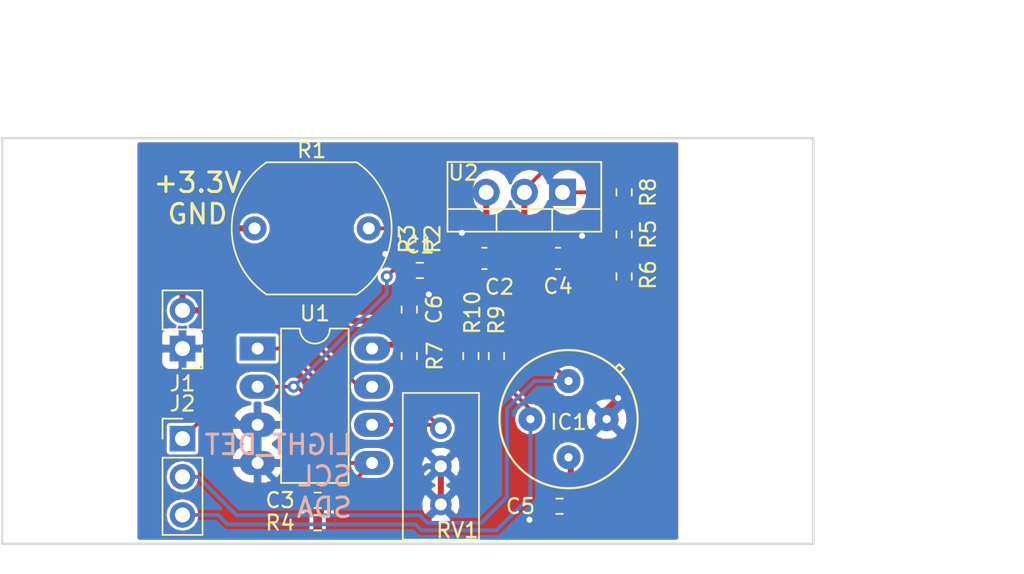
<source format=kicad_pcb>
(kicad_pcb (version 20171130) (host pcbnew "(2017-12-14 revision b47a06e42)-master")

  (general
    (thickness 1.6)
    (drawings 9)
    (tracks 134)
    (zones 0)
    (modules 26)
    (nets 14)
  )

  (page A4)
  (layers
    (0 F.Cu signal)
    (31 B.Cu signal)
    (32 B.Adhes user)
    (33 F.Adhes user)
    (34 B.Paste user)
    (35 F.Paste user)
    (36 B.SilkS user)
    (37 F.SilkS user)
    (38 B.Mask user)
    (39 F.Mask user)
    (40 Dwgs.User user)
    (41 Cmts.User user)
    (42 Eco1.User user)
    (43 Eco2.User user)
    (44 Edge.Cuts user)
    (45 Margin user)
    (46 B.CrtYd user)
    (47 F.CrtYd user)
    (48 B.Fab user)
    (49 F.Fab user hide)
  )

  (setup
    (last_trace_width 0.4)
    (user_trace_width 0.3)
    (user_trace_width 0.4)
    (user_trace_width 0.5)
    (trace_clearance 0.2)
    (zone_clearance 0.2)
    (zone_45_only no)
    (trace_min 0.2)
    (segment_width 0.2)
    (edge_width 0.15)
    (via_size 0.8)
    (via_drill 0.4)
    (via_min_size 0.5)
    (via_min_drill 0.3)
    (uvia_size 0.3)
    (uvia_drill 0.1)
    (uvias_allowed no)
    (uvia_min_size 0.2)
    (uvia_min_drill 0.1)
    (pcb_text_width 0.3)
    (pcb_text_size 1.5 1.5)
    (mod_edge_width 0.15)
    (mod_text_size 1 1)
    (mod_text_width 0.15)
    (pad_size 1.524 1.524)
    (pad_drill 0.762)
    (pad_to_mask_clearance 0.2)
    (aux_axis_origin 0 0)
    (visible_elements FFFFFF7F)
    (pcbplotparams
      (layerselection 0x010f0_ffffffff)
      (usegerberextensions false)
      (usegerberattributes false)
      (usegerberadvancedattributes false)
      (creategerberjobfile false)
      (excludeedgelayer true)
      (linewidth 0.100000)
      (plotframeref false)
      (viasonmask false)
      (mode 1)
      (useauxorigin false)
      (hpglpennumber 1)
      (hpglpenspeed 20)
      (hpglpendiameter 15)
      (psnegative false)
      (psa4output false)
      (plotreference true)
      (plotvalue true)
      (plotinvisibletext false)
      (padsonsilk false)
      (subtractmaskfromsilk false)
      (outputformat 1)
      (mirror false)
      (drillshape 0)
      (scaleselection 1)
      (outputdirectory Gerber))
  )

  (net 0 "")
  (net 1 "Net-(C1-Pad2)")
  (net 2 "Net-(C1-Pad1)")
  (net 3 +3V3)
  (net 4 GND)
  (net 5 "Net-(C3-Pad1)")
  (net 6 /+2.6V)
  (net 7 /I2C_SCL)
  (net 8 /I2C_SDA)
  (net 9 /LIGHT_DET)
  (net 10 "Net-(R1-Pad2)")
  (net 11 "Net-(R5-Pad2)")
  (net 12 "Net-(R5-Pad1)")
  (net 13 "Net-(R7-Pad1)")

  (net_class Default "This is the default net class."
    (clearance 0.2)
    (trace_width 0.25)
    (via_dia 0.8)
    (via_drill 0.4)
    (uvia_dia 0.3)
    (uvia_drill 0.1)
    (add_net +3V3)
    (add_net /+2.6V)
    (add_net /I2C_SCL)
    (add_net /I2C_SDA)
    (add_net /LIGHT_DET)
    (add_net GND)
    (add_net "Net-(C1-Pad1)")
    (add_net "Net-(C1-Pad2)")
    (add_net "Net-(C3-Pad1)")
    (add_net "Net-(R1-Pad2)")
    (add_net "Net-(R5-Pad1)")
    (add_net "Net-(R5-Pad2)")
    (add_net "Net-(R7-Pad1)")
  )

  (module Capacitor_SMD:C_0603_1608Metric (layer F.Cu) (tedit 59FE48B8) (tstamp 5A700FFA)
    (at 177.8 66.8)
    (descr "Capacitor SMD 0603 (1608 Metric), square (rectangular) end terminal, IPC_7351 nominal, (Body size source: http://www.tortai-tech.com/upload/download/2011102023233369053.pdf), generated with kicad-footprint-generator")
    (tags capacitor)
    (path /5A329AAB)
    (attr smd)
    (fp_text reference C1 (at 0 -1.65) (layer F.SilkS)
      (effects (font (size 1 1) (thickness 0.15)))
    )
    (fp_text value 100n (at 0 1.65) (layer F.Fab)
      (effects (font (size 1 1) (thickness 0.15)))
    )
    (fp_text user %R (at 0 0) (layer F.Fab)
      (effects (font (size 0.5 0.5) (thickness 0.08)))
    )
    (fp_line (start 1.46 0.75) (end -1.46 0.75) (layer F.CrtYd) (width 0.05))
    (fp_line (start 1.46 -0.75) (end 1.46 0.75) (layer F.CrtYd) (width 0.05))
    (fp_line (start -1.46 -0.75) (end 1.46 -0.75) (layer F.CrtYd) (width 0.05))
    (fp_line (start -1.46 0.75) (end -1.46 -0.75) (layer F.CrtYd) (width 0.05))
    (fp_line (start -0.22 0.51) (end 0.22 0.51) (layer F.SilkS) (width 0.12))
    (fp_line (start -0.22 -0.51) (end 0.22 -0.51) (layer F.SilkS) (width 0.12))
    (fp_line (start 0.8 0.4) (end -0.8 0.4) (layer F.Fab) (width 0.1))
    (fp_line (start 0.8 -0.4) (end 0.8 0.4) (layer F.Fab) (width 0.1))
    (fp_line (start -0.8 -0.4) (end 0.8 -0.4) (layer F.Fab) (width 0.1))
    (fp_line (start -0.8 0.4) (end -0.8 -0.4) (layer F.Fab) (width 0.1))
    (pad 2 smd rect (at 0.875 0) (size 0.67 1) (layers F.Cu F.Paste F.Mask)
      (net 1 "Net-(C1-Pad2)"))
    (pad 1 smd rect (at -0.875 0) (size 0.67 1) (layers F.Cu F.Paste F.Mask)
      (net 2 "Net-(C1-Pad1)"))
    (model ${KISYS3DMOD}/Capacitor_SMD.3dshapes/C_0603_1608Metric.wrl
      (at (xyz 0 0 0))
      (scale (xyz 1 1 1))
      (rotate (xyz 0 0 0))
    )
  )

  (module Capacitor_SMD:C_0603_1608Metric (layer F.Cu) (tedit 59FE48B8) (tstamp 5A700FEA)
    (at 171 82.1 180)
    (descr "Capacitor SMD 0603 (1608 Metric), square (rectangular) end terminal, IPC_7351 nominal, (Body size source: http://www.tortai-tech.com/upload/download/2011102023233369053.pdf), generated with kicad-footprint-generator")
    (tags capacitor)
    (path /5A32A045)
    (attr smd)
    (fp_text reference C3 (at 2.5 0 180) (layer F.SilkS)
      (effects (font (size 1 1) (thickness 0.15)))
    )
    (fp_text value 100p (at 0 1.65 180) (layer F.Fab)
      (effects (font (size 1 1) (thickness 0.15)))
    )
    (fp_line (start -0.8 0.4) (end -0.8 -0.4) (layer F.Fab) (width 0.1))
    (fp_line (start -0.8 -0.4) (end 0.8 -0.4) (layer F.Fab) (width 0.1))
    (fp_line (start 0.8 -0.4) (end 0.8 0.4) (layer F.Fab) (width 0.1))
    (fp_line (start 0.8 0.4) (end -0.8 0.4) (layer F.Fab) (width 0.1))
    (fp_line (start -0.22 -0.51) (end 0.22 -0.51) (layer F.SilkS) (width 0.12))
    (fp_line (start -0.22 0.51) (end 0.22 0.51) (layer F.SilkS) (width 0.12))
    (fp_line (start -1.46 0.75) (end -1.46 -0.75) (layer F.CrtYd) (width 0.05))
    (fp_line (start -1.46 -0.75) (end 1.46 -0.75) (layer F.CrtYd) (width 0.05))
    (fp_line (start 1.46 -0.75) (end 1.46 0.75) (layer F.CrtYd) (width 0.05))
    (fp_line (start 1.46 0.75) (end -1.46 0.75) (layer F.CrtYd) (width 0.05))
    (fp_text user %R (at 0 0 180) (layer F.Fab)
      (effects (font (size 0.5 0.5) (thickness 0.08)))
    )
    (pad 1 smd rect (at -0.875 0 180) (size 0.67 1) (layers F.Cu F.Paste F.Mask)
      (net 5 "Net-(C3-Pad1)"))
    (pad 2 smd rect (at 0.875 0 180) (size 0.67 1) (layers F.Cu F.Paste F.Mask)
      (net 2 "Net-(C1-Pad1)"))
    (model ${KISYS3DMOD}/Capacitor_SMD.3dshapes/C_0603_1608Metric.wrl
      (at (xyz 0 0 0))
      (scale (xyz 1 1 1))
      (rotate (xyz 0 0 0))
    )
  )

  (module Capacitor_SMD:C_0603_1608Metric (layer F.Cu) (tedit 59FE48B8) (tstamp 5A700FDA)
    (at 187.1 82.5)
    (descr "Capacitor SMD 0603 (1608 Metric), square (rectangular) end terminal, IPC_7351 nominal, (Body size source: http://www.tortai-tech.com/upload/download/2011102023233369053.pdf), generated with kicad-footprint-generator")
    (tags capacitor)
    (path /5A333349)
    (attr smd)
    (fp_text reference C5 (at -2.6 0) (layer F.SilkS)
      (effects (font (size 1 1) (thickness 0.15)))
    )
    (fp_text value 100n (at 0 1.65) (layer F.Fab)
      (effects (font (size 1 1) (thickness 0.15)))
    )
    (fp_text user %R (at 0 0) (layer F.Fab)
      (effects (font (size 0.5 0.5) (thickness 0.08)))
    )
    (fp_line (start 1.46 0.75) (end -1.46 0.75) (layer F.CrtYd) (width 0.05))
    (fp_line (start 1.46 -0.75) (end 1.46 0.75) (layer F.CrtYd) (width 0.05))
    (fp_line (start -1.46 -0.75) (end 1.46 -0.75) (layer F.CrtYd) (width 0.05))
    (fp_line (start -1.46 0.75) (end -1.46 -0.75) (layer F.CrtYd) (width 0.05))
    (fp_line (start -0.22 0.51) (end 0.22 0.51) (layer F.SilkS) (width 0.12))
    (fp_line (start -0.22 -0.51) (end 0.22 -0.51) (layer F.SilkS) (width 0.12))
    (fp_line (start 0.8 0.4) (end -0.8 0.4) (layer F.Fab) (width 0.1))
    (fp_line (start 0.8 -0.4) (end 0.8 0.4) (layer F.Fab) (width 0.1))
    (fp_line (start -0.8 -0.4) (end 0.8 -0.4) (layer F.Fab) (width 0.1))
    (fp_line (start -0.8 0.4) (end -0.8 -0.4) (layer F.Fab) (width 0.1))
    (pad 2 smd rect (at 0.875 0) (size 0.67 1) (layers F.Cu F.Paste F.Mask)
      (net 6 /+2.6V))
    (pad 1 smd rect (at -0.875 0) (size 0.67 1) (layers F.Cu F.Paste F.Mask)
      (net 4 GND))
    (model ${KISYS3DMOD}/Capacitor_SMD.3dshapes/C_0603_1608Metric.wrl
      (at (xyz 0 0 0))
      (scale (xyz 1 1 1))
      (rotate (xyz 0 0 0))
    )
  )

  (module Capacitor_SMD:C_0603_1608Metric (layer F.Cu) (tedit 59FE48B8) (tstamp 5A700FCA)
    (at 177.1 69.4 270)
    (descr "Capacitor SMD 0603 (1608 Metric), square (rectangular) end terminal, IPC_7351 nominal, (Body size source: http://www.tortai-tech.com/upload/download/2011102023233369053.pdf), generated with kicad-footprint-generator")
    (tags capacitor)
    (path /5A337779)
    (attr smd)
    (fp_text reference C6 (at 0 -1.65 270) (layer F.SilkS)
      (effects (font (size 1 1) (thickness 0.15)))
    )
    (fp_text value 100n (at 0 1.65 270) (layer F.Fab)
      (effects (font (size 1 1) (thickness 0.15)))
    )
    (fp_line (start -0.8 0.4) (end -0.8 -0.4) (layer F.Fab) (width 0.1))
    (fp_line (start -0.8 -0.4) (end 0.8 -0.4) (layer F.Fab) (width 0.1))
    (fp_line (start 0.8 -0.4) (end 0.8 0.4) (layer F.Fab) (width 0.1))
    (fp_line (start 0.8 0.4) (end -0.8 0.4) (layer F.Fab) (width 0.1))
    (fp_line (start -0.22 -0.51) (end 0.22 -0.51) (layer F.SilkS) (width 0.12))
    (fp_line (start -0.22 0.51) (end 0.22 0.51) (layer F.SilkS) (width 0.12))
    (fp_line (start -1.46 0.75) (end -1.46 -0.75) (layer F.CrtYd) (width 0.05))
    (fp_line (start -1.46 -0.75) (end 1.46 -0.75) (layer F.CrtYd) (width 0.05))
    (fp_line (start 1.46 -0.75) (end 1.46 0.75) (layer F.CrtYd) (width 0.05))
    (fp_line (start 1.46 0.75) (end -1.46 0.75) (layer F.CrtYd) (width 0.05))
    (fp_text user %R (at 0 0 270) (layer F.Fab)
      (effects (font (size 0.5 0.5) (thickness 0.08)))
    )
    (pad 1 smd rect (at -0.875 0 270) (size 0.67 1) (layers F.Cu F.Paste F.Mask)
      (net 4 GND))
    (pad 2 smd rect (at 0.875 0 270) (size 0.67 1) (layers F.Cu F.Paste F.Mask)
      (net 3 +3V3))
    (model ${KISYS3DMOD}/Capacitor_SMD.3dshapes/C_0603_1608Metric.wrl
      (at (xyz 0 0 0))
      (scale (xyz 1 1 1))
      (rotate (xyz 0 0 0))
    )
  )

  (module Capacitor_SMD:C_0805_2012Metric (layer F.Cu) (tedit 59FE48B8) (tstamp 5A700FBA)
    (at 182.1 66)
    (descr "Capacitor SMD 0805 (2012 Metric), square (rectangular) end terminal, IPC_7351 nominal, (Body size source: http://www.tortai-tech.com/upload/download/2011102023233369053.pdf), generated with kicad-footprint-generator")
    (tags capacitor)
    (path /5A32C270)
    (attr smd)
    (fp_text reference C2 (at 1 1.9) (layer F.SilkS)
      (effects (font (size 1 1) (thickness 0.15)))
    )
    (fp_text value 1u (at 0 1.85) (layer F.Fab)
      (effects (font (size 1 1) (thickness 0.15)))
    )
    (fp_text user %R (at 0 0) (layer F.Fab)
      (effects (font (size 0.5 0.5) (thickness 0.08)))
    )
    (fp_line (start 1.69 1) (end -1.69 1) (layer F.CrtYd) (width 0.05))
    (fp_line (start 1.69 -1) (end 1.69 1) (layer F.CrtYd) (width 0.05))
    (fp_line (start -1.69 -1) (end 1.69 -1) (layer F.CrtYd) (width 0.05))
    (fp_line (start -1.69 1) (end -1.69 -1) (layer F.CrtYd) (width 0.05))
    (fp_line (start -0.15 0.71) (end 0.15 0.71) (layer F.SilkS) (width 0.12))
    (fp_line (start -0.15 -0.71) (end 0.15 -0.71) (layer F.SilkS) (width 0.12))
    (fp_line (start 1 0.6) (end -1 0.6) (layer F.Fab) (width 0.1))
    (fp_line (start 1 -0.6) (end 1 0.6) (layer F.Fab) (width 0.1))
    (fp_line (start -1 -0.6) (end 1 -0.6) (layer F.Fab) (width 0.1))
    (fp_line (start -1 0.6) (end -1 -0.6) (layer F.Fab) (width 0.1))
    (pad 2 smd rect (at 0.955 0) (size 0.97 1.5) (layers F.Cu F.Paste F.Mask)
      (net 3 +3V3))
    (pad 1 smd rect (at -0.955 0) (size 0.97 1.5) (layers F.Cu F.Paste F.Mask)
      (net 4 GND))
    (model ${KISYS3DMOD}/Capacitor_SMD.3dshapes/C_0805_2012Metric.wrl
      (at (xyz 0 0 0))
      (scale (xyz 1 1 1))
      (rotate (xyz 0 0 0))
    )
  )

  (module Capacitor_SMD:C_0805_2012Metric (layer F.Cu) (tedit 59FE48B8) (tstamp 5A700FAA)
    (at 187 66 180)
    (descr "Capacitor SMD 0805 (2012 Metric), square (rectangular) end terminal, IPC_7351 nominal, (Body size source: http://www.tortai-tech.com/upload/download/2011102023233369053.pdf), generated with kicad-footprint-generator")
    (tags capacitor)
    (path /5A32CFDD)
    (attr smd)
    (fp_text reference C4 (at 0 -1.85 180) (layer F.SilkS)
      (effects (font (size 1 1) (thickness 0.15)))
    )
    (fp_text value 1u (at 0 1.85 180) (layer F.Fab)
      (effects (font (size 1 1) (thickness 0.15)))
    )
    (fp_line (start -1 0.6) (end -1 -0.6) (layer F.Fab) (width 0.1))
    (fp_line (start -1 -0.6) (end 1 -0.6) (layer F.Fab) (width 0.1))
    (fp_line (start 1 -0.6) (end 1 0.6) (layer F.Fab) (width 0.1))
    (fp_line (start 1 0.6) (end -1 0.6) (layer F.Fab) (width 0.1))
    (fp_line (start -0.15 -0.71) (end 0.15 -0.71) (layer F.SilkS) (width 0.12))
    (fp_line (start -0.15 0.71) (end 0.15 0.71) (layer F.SilkS) (width 0.12))
    (fp_line (start -1.69 1) (end -1.69 -1) (layer F.CrtYd) (width 0.05))
    (fp_line (start -1.69 -1) (end 1.69 -1) (layer F.CrtYd) (width 0.05))
    (fp_line (start 1.69 -1) (end 1.69 1) (layer F.CrtYd) (width 0.05))
    (fp_line (start 1.69 1) (end -1.69 1) (layer F.CrtYd) (width 0.05))
    (fp_text user %R (at 0 0 180) (layer F.Fab)
      (effects (font (size 0.5 0.5) (thickness 0.08)))
    )
    (pad 1 smd rect (at -0.955 0 180) (size 0.97 1.5) (layers F.Cu F.Paste F.Mask)
      (net 4 GND))
    (pad 2 smd rect (at 0.955 0 180) (size 0.97 1.5) (layers F.Cu F.Paste F.Mask)
      (net 6 /+2.6V))
    (model ${KISYS3DMOD}/Capacitor_SMD.3dshapes/C_0805_2012Metric.wrl
      (at (xyz 0 0 0))
      (scale (xyz 1 1 1))
      (rotate (xyz 0 0 0))
    )
  )

  (module Connector_PinHeader_2.54mm:PinHeader_1x02_P2.54mm_Vertical (layer F.Cu) (tedit 59FED5CC) (tstamp 5A700F95)
    (at 162 72 180)
    (descr "Through hole straight pin header, 1x02, 2.54mm pitch, single row")
    (tags "Through hole pin header THT 1x02 2.54mm single row")
    (path /5A328BA8)
    (fp_text reference J1 (at 0 -2.33 180) (layer F.SilkS)
      (effects (font (size 1 1) (thickness 0.15)))
    )
    (fp_text value Conn_01x02 (at 0 4.87 180) (layer F.Fab)
      (effects (font (size 1 1) (thickness 0.15)))
    )
    (fp_line (start -0.635 -1.27) (end 1.27 -1.27) (layer F.Fab) (width 0.1))
    (fp_line (start 1.27 -1.27) (end 1.27 3.81) (layer F.Fab) (width 0.1))
    (fp_line (start 1.27 3.81) (end -1.27 3.81) (layer F.Fab) (width 0.1))
    (fp_line (start -1.27 3.81) (end -1.27 -0.635) (layer F.Fab) (width 0.1))
    (fp_line (start -1.27 -0.635) (end -0.635 -1.27) (layer F.Fab) (width 0.1))
    (fp_line (start -1.33 3.87) (end 1.33 3.87) (layer F.SilkS) (width 0.12))
    (fp_line (start -1.33 1.27) (end -1.33 3.87) (layer F.SilkS) (width 0.12))
    (fp_line (start 1.33 1.27) (end 1.33 3.87) (layer F.SilkS) (width 0.12))
    (fp_line (start -1.33 1.27) (end 1.33 1.27) (layer F.SilkS) (width 0.12))
    (fp_line (start -1.33 0) (end -1.33 -1.33) (layer F.SilkS) (width 0.12))
    (fp_line (start -1.33 -1.33) (end 0 -1.33) (layer F.SilkS) (width 0.12))
    (fp_line (start -1.8 -1.8) (end -1.8 4.35) (layer F.CrtYd) (width 0.05))
    (fp_line (start -1.8 4.35) (end 1.8 4.35) (layer F.CrtYd) (width 0.05))
    (fp_line (start 1.8 4.35) (end 1.8 -1.8) (layer F.CrtYd) (width 0.05))
    (fp_line (start 1.8 -1.8) (end -1.8 -1.8) (layer F.CrtYd) (width 0.05))
    (fp_text user %R (at 0 1.27 270) (layer F.Fab)
      (effects (font (size 1 1) (thickness 0.15)))
    )
    (pad 1 thru_hole rect (at 0 0 180) (size 1.7 1.7) (drill 1) (layers *.Cu *.Mask)
      (net 4 GND))
    (pad 2 thru_hole oval (at 0 2.54 180) (size 1.7 1.7) (drill 1) (layers *.Cu *.Mask)
      (net 3 +3V3))
    (model ${KISYS3DMOD}/Connector_PinHeader_2.54mm.3dshapes/PinHeader_1x02_P2.54mm_Vertical.wrl
      (at (xyz 0 0 0))
      (scale (xyz 1 1 1))
      (rotate (xyz 0 0 0))
    )
  )

  (module Connector_PinHeader_2.54mm:PinHeader_1x03_P2.54mm_Vertical (layer F.Cu) (tedit 59FED5CC) (tstamp 5A700F7F)
    (at 162 78)
    (descr "Through hole straight pin header, 1x03, 2.54mm pitch, single row")
    (tags "Through hole pin header THT 1x03 2.54mm single row")
    (path /5A328DBC)
    (fp_text reference J2 (at 0 -2.33) (layer F.SilkS)
      (effects (font (size 1 1) (thickness 0.15)))
    )
    (fp_text value Conn_01x03 (at 0 7.41) (layer F.Fab)
      (effects (font (size 1 1) (thickness 0.15)))
    )
    (fp_line (start -0.635 -1.27) (end 1.27 -1.27) (layer F.Fab) (width 0.1))
    (fp_line (start 1.27 -1.27) (end 1.27 6.35) (layer F.Fab) (width 0.1))
    (fp_line (start 1.27 6.35) (end -1.27 6.35) (layer F.Fab) (width 0.1))
    (fp_line (start -1.27 6.35) (end -1.27 -0.635) (layer F.Fab) (width 0.1))
    (fp_line (start -1.27 -0.635) (end -0.635 -1.27) (layer F.Fab) (width 0.1))
    (fp_line (start -1.33 6.41) (end 1.33 6.41) (layer F.SilkS) (width 0.12))
    (fp_line (start -1.33 1.27) (end -1.33 6.41) (layer F.SilkS) (width 0.12))
    (fp_line (start 1.33 1.27) (end 1.33 6.41) (layer F.SilkS) (width 0.12))
    (fp_line (start -1.33 1.27) (end 1.33 1.27) (layer F.SilkS) (width 0.12))
    (fp_line (start -1.33 0) (end -1.33 -1.33) (layer F.SilkS) (width 0.12))
    (fp_line (start -1.33 -1.33) (end 0 -1.33) (layer F.SilkS) (width 0.12))
    (fp_line (start -1.8 -1.8) (end -1.8 6.85) (layer F.CrtYd) (width 0.05))
    (fp_line (start -1.8 6.85) (end 1.8 6.85) (layer F.CrtYd) (width 0.05))
    (fp_line (start 1.8 6.85) (end 1.8 -1.8) (layer F.CrtYd) (width 0.05))
    (fp_line (start 1.8 -1.8) (end -1.8 -1.8) (layer F.CrtYd) (width 0.05))
    (fp_text user %R (at 0 2.54 90) (layer F.Fab)
      (effects (font (size 1 1) (thickness 0.15)))
    )
    (pad 1 thru_hole rect (at 0 0) (size 1.7 1.7) (drill 1) (layers *.Cu *.Mask)
      (net 9 /LIGHT_DET))
    (pad 2 thru_hole oval (at 0 2.54) (size 1.7 1.7) (drill 1) (layers *.Cu *.Mask)
      (net 7 /I2C_SCL))
    (pad 3 thru_hole oval (at 0 5.08) (size 1.7 1.7) (drill 1) (layers *.Cu *.Mask)
      (net 8 /I2C_SDA))
    (model ${KISYS3DMOD}/Connector_PinHeader_2.54mm.3dshapes/PinHeader_1x03_P2.54mm_Vertical.wrl
      (at (xyz 0 0 0))
      (scale (xyz 1 1 1))
      (rotate (xyz 0 0 0))
    )
  )

  (module OptoDevice:Resistor_LDR_10x8.5_RM7.6 (layer F.Cu) (tedit 5A1ABC5C) (tstamp 5A700F48)
    (at 166.8 64)
    (descr "Resistor, LDR 10x8.5mm")
    (tags "Resistor LDR10.8.5mm")
    (path /5A329624)
    (fp_text reference R1 (at 3.8 -5.2) (layer F.SilkS)
      (effects (font (size 1 1) (thickness 0.15)))
    )
    (fp_text value R_PHOTO (at 3.7 5.2) (layer F.Fab)
      (effects (font (size 1 1) (thickness 0.15)))
    )
    (fp_text user %R (at 3.8 0) (layer F.Fab)
      (effects (font (size 1 1) (thickness 0.15)))
    )
    (fp_line (start 0.8 4.4) (end 6.8 4.4) (layer F.SilkS) (width 0.12))
    (fp_line (start 0.8 -4.4) (end 6.8 -4.4) (layer F.SilkS) (width 0.12))
    (fp_line (start 2.9 -1.8) (end 4.7 -1.8) (layer F.Fab) (width 0.1))
    (fp_line (start 4.7 -1.8) (end 4.7 -1.2) (layer F.Fab) (width 0.1))
    (fp_line (start 4.7 -1.2) (end 2.9 -1.2) (layer F.Fab) (width 0.1))
    (fp_line (start 2.9 -1.2) (end 2.9 -0.6) (layer F.Fab) (width 0.1))
    (fp_line (start 2.9 -0.6) (end 4.7 -0.6) (layer F.Fab) (width 0.1))
    (fp_line (start 4.7 -0.6) (end 4.7 0) (layer F.Fab) (width 0.1))
    (fp_line (start 4.7 0) (end 2.9 0) (layer F.Fab) (width 0.1))
    (fp_line (start 2.9 0) (end 2.9 0.6) (layer F.Fab) (width 0.1))
    (fp_line (start 2.9 0.6) (end 4.7 0.6) (layer F.Fab) (width 0.1))
    (fp_line (start 4.7 0.6) (end 4.7 1.2) (layer F.Fab) (width 0.1))
    (fp_line (start 4.7 1.2) (end 2.9 1.2) (layer F.Fab) (width 0.1))
    (fp_line (start 2.9 1.2) (end 2.9 1.8) (layer F.Fab) (width 0.1))
    (fp_line (start 2.9 1.8) (end 4.7 1.8) (layer F.Fab) (width 0.1))
    (fp_line (start 6.8 4.25) (end 0.8 4.25) (layer F.Fab) (width 0.1))
    (fp_line (start 0.8 -4.25) (end 6.8 -4.25) (layer F.Fab) (width 0.1))
    (fp_line (start -1.65 -4.5) (end 9.25 -4.5) (layer F.CrtYd) (width 0.05))
    (fp_line (start -1.65 -4.5) (end -1.65 4.5) (layer F.CrtYd) (width 0.05))
    (fp_line (start 9.25 4.5) (end 9.25 -4.5) (layer F.CrtYd) (width 0.05))
    (fp_line (start 9.25 4.5) (end -1.65 4.5) (layer F.CrtYd) (width 0.05))
    (fp_arc (start 3.8 0) (end 0.8 4.4) (angle 111) (layer F.SilkS) (width 0.12))
    (fp_arc (start 3.8 0) (end 6.8 -4.4) (angle 111) (layer F.SilkS) (width 0.12))
    (fp_arc (start 3.8 0) (end 6.8 -4.25) (angle 109) (layer F.Fab) (width 0.1))
    (fp_arc (start 3.8 0) (end 0.8 4.25) (angle 109) (layer F.Fab) (width 0.1))
    (pad 1 thru_hole circle (at 0 0) (size 1.6 1.6) (drill 0.8) (layers *.Cu *.Mask)
      (net 3 +3V3))
    (pad 2 thru_hole circle (at 7.6 0) (size 1.6 1.6) (drill 0.8) (layers *.Cu *.Mask)
      (net 10 "Net-(R1-Pad2)"))
    (model ${KISYS3DMOD}/Package_TO_SOT_THT.3dshapes/TO-8-2_Window.wrl
      (offset (xyz 0 0 -2.539999961853027))
      (scale (xyz 1 1 1))
      (rotate (xyz 0 0 0))
    )
  )

  (module Package_TO_SOT_THT:TO-220-3_Vertical (layer F.Cu) (tedit 5A02FF81) (tstamp 5A700EF9)
    (at 187.3 61.6 180)
    (descr "TO-220-3, Vertical, RM 2.54mm")
    (tags "TO-220-3 Vertical RM 2.54mm")
    (path /5A32926C)
    (fp_text reference U2 (at 6.6 1.3 180) (layer F.SilkS)
      (effects (font (size 1 1) (thickness 0.15)))
    )
    (fp_text value LM317_3PinPackage (at 2.54 3.92 180) (layer F.Fab)
      (effects (font (size 1 1) (thickness 0.15)))
    )
    (fp_text user %R (at 2.54 -3.62 180) (layer F.Fab)
      (effects (font (size 1 1) (thickness 0.15)))
    )
    (fp_line (start -2.46 -2.5) (end -2.46 1.9) (layer F.Fab) (width 0.1))
    (fp_line (start -2.46 1.9) (end 7.54 1.9) (layer F.Fab) (width 0.1))
    (fp_line (start 7.54 1.9) (end 7.54 -2.5) (layer F.Fab) (width 0.1))
    (fp_line (start 7.54 -2.5) (end -2.46 -2.5) (layer F.Fab) (width 0.1))
    (fp_line (start -2.46 -1.23) (end 7.54 -1.23) (layer F.Fab) (width 0.1))
    (fp_line (start 0.69 -2.5) (end 0.69 -1.23) (layer F.Fab) (width 0.1))
    (fp_line (start 4.39 -2.5) (end 4.39 -1.23) (layer F.Fab) (width 0.1))
    (fp_line (start -2.58 -2.62) (end 7.66 -2.62) (layer F.SilkS) (width 0.12))
    (fp_line (start -2.58 2.021) (end 7.66 2.021) (layer F.SilkS) (width 0.12))
    (fp_line (start -2.58 -2.62) (end -2.58 2.021) (layer F.SilkS) (width 0.12))
    (fp_line (start 7.66 -2.62) (end 7.66 2.021) (layer F.SilkS) (width 0.12))
    (fp_line (start -2.58 -1.11) (end 7.66 -1.11) (layer F.SilkS) (width 0.12))
    (fp_line (start 0.69 -2.62) (end 0.69 -1.11) (layer F.SilkS) (width 0.12))
    (fp_line (start 4.391 -2.62) (end 4.391 -1.11) (layer F.SilkS) (width 0.12))
    (fp_line (start -2.71 -2.75) (end -2.71 2.16) (layer F.CrtYd) (width 0.05))
    (fp_line (start -2.71 2.16) (end 7.79 2.16) (layer F.CrtYd) (width 0.05))
    (fp_line (start 7.79 2.16) (end 7.79 -2.75) (layer F.CrtYd) (width 0.05))
    (fp_line (start 7.79 -2.75) (end -2.71 -2.75) (layer F.CrtYd) (width 0.05))
    (pad 1 thru_hole rect (at 0 0 180) (size 1.8 1.8) (drill 1) (layers *.Cu *.Mask)
      (net 11 "Net-(R5-Pad2)"))
    (pad 2 thru_hole oval (at 2.54 0 180) (size 1.8 1.8) (drill 1) (layers *.Cu *.Mask)
      (net 6 /+2.6V))
    (pad 3 thru_hole oval (at 5.08 0 180) (size 1.8 1.8) (drill 1) (layers *.Cu *.Mask)
      (net 3 +3V3))
    (model ${KIPRJMOD}/TO-220_Vertical.wrl
      (offset (xyz 2.539999961853027 0 0))
      (scale (xyz 0.3937 0.3937 0.3937))
      (rotate (xyz 0 0 0))
    )
  )

  (module Potentiometer_THT:Potentiometer_Bourns_3296W_Vertical (layer F.Cu) (tedit 5A3D4994) (tstamp 5A700EE3)
    (at 179.2 77.3 90)
    (descr "Potentiometer, vertical, Bourns 3296W, https://www.bourns.com/pdfs/3296.pdf")
    (tags "Potentiometer vertical Bourns 3296W")
    (path /5A32A761)
    (fp_text reference RV1 (at -6.8 1.1 180) (layer F.SilkS)
      (effects (font (size 1 1) (thickness 0.15)))
    )
    (fp_text value 1k (at -2.54 3.67 90) (layer F.Fab)
      (effects (font (size 1 1) (thickness 0.15)))
    )
    (fp_circle (center 0.955 1.15) (end 2.05 1.15) (layer F.Fab) (width 0.1))
    (fp_line (start -7.305 -2.41) (end -7.305 2.42) (layer F.Fab) (width 0.1))
    (fp_line (start -7.305 2.42) (end 2.225 2.42) (layer F.Fab) (width 0.1))
    (fp_line (start 2.225 2.42) (end 2.225 -2.41) (layer F.Fab) (width 0.1))
    (fp_line (start 2.225 -2.41) (end -7.305 -2.41) (layer F.Fab) (width 0.1))
    (fp_line (start 0.955 2.235) (end 0.956 0.066) (layer F.Fab) (width 0.1))
    (fp_line (start 0.955 2.235) (end 0.956 0.066) (layer F.Fab) (width 0.1))
    (fp_line (start -7.425 -2.53) (end 2.345 -2.53) (layer F.SilkS) (width 0.12))
    (fp_line (start -7.425 2.54) (end 2.345 2.54) (layer F.SilkS) (width 0.12))
    (fp_line (start -7.425 -2.53) (end -7.425 2.54) (layer F.SilkS) (width 0.12))
    (fp_line (start 2.345 -2.53) (end 2.345 2.54) (layer F.SilkS) (width 0.12))
    (fp_line (start -7.6 -2.7) (end -7.6 2.7) (layer F.CrtYd) (width 0.05))
    (fp_line (start -7.6 2.7) (end 2.5 2.7) (layer F.CrtYd) (width 0.05))
    (fp_line (start 2.5 2.7) (end 2.5 -2.7) (layer F.CrtYd) (width 0.05))
    (fp_line (start 2.5 -2.7) (end -7.6 -2.7) (layer F.CrtYd) (width 0.05))
    (fp_text user %R (at -3.175 0.005 90) (layer F.Fab)
      (effects (font (size 1 1) (thickness 0.15)))
    )
    (pad 1 thru_hole circle (at 0 0 90) (size 1.44 1.44) (drill 0.8) (layers *.Cu *.Mask)
      (net 13 "Net-(R7-Pad1)"))
    (pad 2 thru_hole circle (at -2.54 0 90) (size 1.44 1.44) (drill 0.8) (layers *.Cu *.Mask)
      (net 4 GND))
    (pad 3 thru_hole circle (at -5.08 0 90) (size 1.44 1.44) (drill 0.8) (layers *.Cu *.Mask)
      (net 4 GND))
    (model ${KIPRJMOD}/Potentiometer_Trimmer_Bourns_3296W.wrl
      (offset (xyz -5.079999923706055 0 0))
      (scale (xyz 1 1 1))
      (rotate (xyz 0 0 90))
    )
  )

  (module Resistor_SMD:R_0603_1608Metric (layer F.Cu) (tedit 59FE48B8) (tstamp 5A700ED3)
    (at 181.2 72.5 90)
    (descr "Resistor SMD 0603 (1608 Metric), square (rectangular) end terminal, IPC_7351 nominal, (Body size source: http://www.tortai-tech.com/upload/download/2011102023233369053.pdf), generated with kicad-footprint-generator")
    (tags resistor)
    (path /5A3303DB)
    (attr smd)
    (fp_text reference R10 (at 2.9 0.1 90) (layer F.SilkS)
      (effects (font (size 1 1) (thickness 0.15)))
    )
    (fp_text value 4,7k (at 0 1.65 90) (layer F.Fab)
      (effects (font (size 1 1) (thickness 0.15)))
    )
    (fp_line (start -0.8 0.4) (end -0.8 -0.4) (layer F.Fab) (width 0.1))
    (fp_line (start -0.8 -0.4) (end 0.8 -0.4) (layer F.Fab) (width 0.1))
    (fp_line (start 0.8 -0.4) (end 0.8 0.4) (layer F.Fab) (width 0.1))
    (fp_line (start 0.8 0.4) (end -0.8 0.4) (layer F.Fab) (width 0.1))
    (fp_line (start -0.22 -0.51) (end 0.22 -0.51) (layer F.SilkS) (width 0.12))
    (fp_line (start -0.22 0.51) (end 0.22 0.51) (layer F.SilkS) (width 0.12))
    (fp_line (start -1.46 0.75) (end -1.46 -0.75) (layer F.CrtYd) (width 0.05))
    (fp_line (start -1.46 -0.75) (end 1.46 -0.75) (layer F.CrtYd) (width 0.05))
    (fp_line (start 1.46 -0.75) (end 1.46 0.75) (layer F.CrtYd) (width 0.05))
    (fp_line (start 1.46 0.75) (end -1.46 0.75) (layer F.CrtYd) (width 0.05))
    (fp_text user %R (at 0 0 90) (layer F.Fab)
      (effects (font (size 0.5 0.5) (thickness 0.08)))
    )
    (pad 1 smd rect (at -0.875 0 90) (size 0.67 1) (layers F.Cu F.Paste F.Mask)
      (net 8 /I2C_SDA))
    (pad 2 smd rect (at 0.875 0 90) (size 0.67 1) (layers F.Cu F.Paste F.Mask)
      (net 3 +3V3))
    (model ${KISYS3DMOD}/Resistor_SMD.3dshapes/R_0603_1608Metric.wrl
      (at (xyz 0 0 0))
      (scale (xyz 1 1 1))
      (rotate (xyz 0 0 0))
    )
  )

  (module Resistor_SMD:R_0603_1608Metric (layer F.Cu) (tedit 59FE48B8) (tstamp 5A700EC3)
    (at 177 64.7 270)
    (descr "Resistor SMD 0603 (1608 Metric), square (rectangular) end terminal, IPC_7351 nominal, (Body size source: http://www.tortai-tech.com/upload/download/2011102023233369053.pdf), generated with kicad-footprint-generator")
    (tags resistor)
    (path /5A329704)
    (attr smd)
    (fp_text reference R2 (at 0 -1.65 270) (layer F.SilkS)
      (effects (font (size 1 1) (thickness 0.15)))
    )
    (fp_text value 10k (at 0 1.65 270) (layer F.Fab)
      (effects (font (size 1 1) (thickness 0.15)))
    )
    (fp_text user %R (at 0 0 270) (layer F.Fab)
      (effects (font (size 0.5 0.5) (thickness 0.08)))
    )
    (fp_line (start 1.46 0.75) (end -1.46 0.75) (layer F.CrtYd) (width 0.05))
    (fp_line (start 1.46 -0.75) (end 1.46 0.75) (layer F.CrtYd) (width 0.05))
    (fp_line (start -1.46 -0.75) (end 1.46 -0.75) (layer F.CrtYd) (width 0.05))
    (fp_line (start -1.46 0.75) (end -1.46 -0.75) (layer F.CrtYd) (width 0.05))
    (fp_line (start -0.22 0.51) (end 0.22 0.51) (layer F.SilkS) (width 0.12))
    (fp_line (start -0.22 -0.51) (end 0.22 -0.51) (layer F.SilkS) (width 0.12))
    (fp_line (start 0.8 0.4) (end -0.8 0.4) (layer F.Fab) (width 0.1))
    (fp_line (start 0.8 -0.4) (end 0.8 0.4) (layer F.Fab) (width 0.1))
    (fp_line (start -0.8 -0.4) (end 0.8 -0.4) (layer F.Fab) (width 0.1))
    (fp_line (start -0.8 0.4) (end -0.8 -0.4) (layer F.Fab) (width 0.1))
    (pad 2 smd rect (at 0.875 0 270) (size 0.67 1) (layers F.Cu F.Paste F.Mask)
      (net 4 GND))
    (pad 1 smd rect (at -0.875 0 270) (size 0.67 1) (layers F.Cu F.Paste F.Mask)
      (net 10 "Net-(R1-Pad2)"))
    (model ${KISYS3DMOD}/Resistor_SMD.3dshapes/R_0603_1608Metric.wrl
      (at (xyz 0 0 0))
      (scale (xyz 1 1 1))
      (rotate (xyz 0 0 0))
    )
  )

  (module Resistor_SMD:R_0603_1608Metric (layer F.Cu) (tedit 59FE48B8) (tstamp 5A700EB3)
    (at 178.6 64.7 90)
    (descr "Resistor SMD 0603 (1608 Metric), square (rectangular) end terminal, IPC_7351 nominal, (Body size source: http://www.tortai-tech.com/upload/download/2011102023233369053.pdf), generated with kicad-footprint-generator")
    (tags resistor)
    (path /5A329772)
    (attr smd)
    (fp_text reference R3 (at 0 -1.65 90) (layer F.SilkS)
      (effects (font (size 1 1) (thickness 0.15)))
    )
    (fp_text value 1k (at 0 1.65 90) (layer F.Fab)
      (effects (font (size 1 1) (thickness 0.15)))
    )
    (fp_line (start -0.8 0.4) (end -0.8 -0.4) (layer F.Fab) (width 0.1))
    (fp_line (start -0.8 -0.4) (end 0.8 -0.4) (layer F.Fab) (width 0.1))
    (fp_line (start 0.8 -0.4) (end 0.8 0.4) (layer F.Fab) (width 0.1))
    (fp_line (start 0.8 0.4) (end -0.8 0.4) (layer F.Fab) (width 0.1))
    (fp_line (start -0.22 -0.51) (end 0.22 -0.51) (layer F.SilkS) (width 0.12))
    (fp_line (start -0.22 0.51) (end 0.22 0.51) (layer F.SilkS) (width 0.12))
    (fp_line (start -1.46 0.75) (end -1.46 -0.75) (layer F.CrtYd) (width 0.05))
    (fp_line (start -1.46 -0.75) (end 1.46 -0.75) (layer F.CrtYd) (width 0.05))
    (fp_line (start 1.46 -0.75) (end 1.46 0.75) (layer F.CrtYd) (width 0.05))
    (fp_line (start 1.46 0.75) (end -1.46 0.75) (layer F.CrtYd) (width 0.05))
    (fp_text user %R (at 0 0 90) (layer F.Fab)
      (effects (font (size 0.5 0.5) (thickness 0.08)))
    )
    (pad 1 smd rect (at -0.875 0 90) (size 0.67 1) (layers F.Cu F.Paste F.Mask)
      (net 1 "Net-(C1-Pad2)"))
    (pad 2 smd rect (at 0.875 0 90) (size 0.67 1) (layers F.Cu F.Paste F.Mask)
      (net 10 "Net-(R1-Pad2)"))
    (model ${KISYS3DMOD}/Resistor_SMD.3dshapes/R_0603_1608Metric.wrl
      (at (xyz 0 0 0))
      (scale (xyz 1 1 1))
      (rotate (xyz 0 0 0))
    )
  )

  (module Resistor_SMD:R_0603_1608Metric (layer F.Cu) (tedit 59FE48B8) (tstamp 5A700EA3)
    (at 171 83.6 180)
    (descr "Resistor SMD 0603 (1608 Metric), square (rectangular) end terminal, IPC_7351 nominal, (Body size source: http://www.tortai-tech.com/upload/download/2011102023233369053.pdf), generated with kicad-footprint-generator")
    (tags resistor)
    (path /5A32A08B)
    (attr smd)
    (fp_text reference R4 (at 2.5 0 180) (layer F.SilkS)
      (effects (font (size 1 1) (thickness 0.15)))
    )
    (fp_text value 100k (at 0 1.65 180) (layer F.Fab)
      (effects (font (size 1 1) (thickness 0.15)))
    )
    (fp_text user %R (at 0 0 180) (layer F.Fab)
      (effects (font (size 0.5 0.5) (thickness 0.08)))
    )
    (fp_line (start 1.46 0.75) (end -1.46 0.75) (layer F.CrtYd) (width 0.05))
    (fp_line (start 1.46 -0.75) (end 1.46 0.75) (layer F.CrtYd) (width 0.05))
    (fp_line (start -1.46 -0.75) (end 1.46 -0.75) (layer F.CrtYd) (width 0.05))
    (fp_line (start -1.46 0.75) (end -1.46 -0.75) (layer F.CrtYd) (width 0.05))
    (fp_line (start -0.22 0.51) (end 0.22 0.51) (layer F.SilkS) (width 0.12))
    (fp_line (start -0.22 -0.51) (end 0.22 -0.51) (layer F.SilkS) (width 0.12))
    (fp_line (start 0.8 0.4) (end -0.8 0.4) (layer F.Fab) (width 0.1))
    (fp_line (start 0.8 -0.4) (end 0.8 0.4) (layer F.Fab) (width 0.1))
    (fp_line (start -0.8 -0.4) (end 0.8 -0.4) (layer F.Fab) (width 0.1))
    (fp_line (start -0.8 0.4) (end -0.8 -0.4) (layer F.Fab) (width 0.1))
    (pad 2 smd rect (at 0.875 0 180) (size 0.67 1) (layers F.Cu F.Paste F.Mask)
      (net 2 "Net-(C1-Pad1)"))
    (pad 1 smd rect (at -0.875 0 180) (size 0.67 1) (layers F.Cu F.Paste F.Mask)
      (net 5 "Net-(C3-Pad1)"))
    (model ${KISYS3DMOD}/Resistor_SMD.3dshapes/R_0603_1608Metric.wrl
      (at (xyz 0 0 0))
      (scale (xyz 1 1 1))
      (rotate (xyz 0 0 0))
    )
  )

  (module Resistor_SMD:R_0603_1608Metric (layer F.Cu) (tedit 59FE48B8) (tstamp 5A700E93)
    (at 191.4 64.4 90)
    (descr "Resistor SMD 0603 (1608 Metric), square (rectangular) end terminal, IPC_7351 nominal, (Body size source: http://www.tortai-tech.com/upload/download/2011102023233369053.pdf), generated with kicad-footprint-generator")
    (tags resistor)
    (path /5A32E440)
    (attr smd)
    (fp_text reference R5 (at 0 1.6 90) (layer F.SilkS)
      (effects (font (size 1 1) (thickness 0.15)))
    )
    (fp_text value Behelfswiderstand (at 0 1.65 90) (layer F.Fab)
      (effects (font (size 1 1) (thickness 0.15)))
    )
    (fp_line (start -0.8 0.4) (end -0.8 -0.4) (layer F.Fab) (width 0.1))
    (fp_line (start -0.8 -0.4) (end 0.8 -0.4) (layer F.Fab) (width 0.1))
    (fp_line (start 0.8 -0.4) (end 0.8 0.4) (layer F.Fab) (width 0.1))
    (fp_line (start 0.8 0.4) (end -0.8 0.4) (layer F.Fab) (width 0.1))
    (fp_line (start -0.22 -0.51) (end 0.22 -0.51) (layer F.SilkS) (width 0.12))
    (fp_line (start -0.22 0.51) (end 0.22 0.51) (layer F.SilkS) (width 0.12))
    (fp_line (start -1.46 0.75) (end -1.46 -0.75) (layer F.CrtYd) (width 0.05))
    (fp_line (start -1.46 -0.75) (end 1.46 -0.75) (layer F.CrtYd) (width 0.05))
    (fp_line (start 1.46 -0.75) (end 1.46 0.75) (layer F.CrtYd) (width 0.05))
    (fp_line (start 1.46 0.75) (end -1.46 0.75) (layer F.CrtYd) (width 0.05))
    (fp_text user %R (at 0 0 90) (layer F.Fab)
      (effects (font (size 0.5 0.5) (thickness 0.08)))
    )
    (pad 1 smd rect (at -0.875 0 90) (size 0.67 1) (layers F.Cu F.Paste F.Mask)
      (net 12 "Net-(R5-Pad1)"))
    (pad 2 smd rect (at 0.875 0 90) (size 0.67 1) (layers F.Cu F.Paste F.Mask)
      (net 11 "Net-(R5-Pad2)"))
    (model ${KISYS3DMOD}/Resistor_SMD.3dshapes/R_0603_1608Metric.wrl
      (at (xyz 0 0 0))
      (scale (xyz 1 1 1))
      (rotate (xyz 0 0 0))
    )
  )

  (module Resistor_SMD:R_0603_1608Metric (layer F.Cu) (tedit 59FE48B8) (tstamp 5A700E83)
    (at 191.4 67.2 90)
    (descr "Resistor SMD 0603 (1608 Metric), square (rectangular) end terminal, IPC_7351 nominal, (Body size source: http://www.tortai-tech.com/upload/download/2011102023233369053.pdf), generated with kicad-footprint-generator")
    (tags resistor)
    (path /5A32C3AC)
    (attr smd)
    (fp_text reference R6 (at 0.1 1.6 90) (layer F.SilkS)
      (effects (font (size 1 1) (thickness 0.15)))
    )
    (fp_text value "130, 390, 510" (at 0 1.65 90) (layer F.Fab)
      (effects (font (size 1 1) (thickness 0.15)))
    )
    (fp_text user %R (at 0 0 90) (layer F.Fab)
      (effects (font (size 0.5 0.5) (thickness 0.08)))
    )
    (fp_line (start 1.46 0.75) (end -1.46 0.75) (layer F.CrtYd) (width 0.05))
    (fp_line (start 1.46 -0.75) (end 1.46 0.75) (layer F.CrtYd) (width 0.05))
    (fp_line (start -1.46 -0.75) (end 1.46 -0.75) (layer F.CrtYd) (width 0.05))
    (fp_line (start -1.46 0.75) (end -1.46 -0.75) (layer F.CrtYd) (width 0.05))
    (fp_line (start -0.22 0.51) (end 0.22 0.51) (layer F.SilkS) (width 0.12))
    (fp_line (start -0.22 -0.51) (end 0.22 -0.51) (layer F.SilkS) (width 0.12))
    (fp_line (start 0.8 0.4) (end -0.8 0.4) (layer F.Fab) (width 0.1))
    (fp_line (start 0.8 -0.4) (end 0.8 0.4) (layer F.Fab) (width 0.1))
    (fp_line (start -0.8 -0.4) (end 0.8 -0.4) (layer F.Fab) (width 0.1))
    (fp_line (start -0.8 0.4) (end -0.8 -0.4) (layer F.Fab) (width 0.1))
    (pad 2 smd rect (at 0.875 0 90) (size 0.67 1) (layers F.Cu F.Paste F.Mask)
      (net 12 "Net-(R5-Pad1)"))
    (pad 1 smd rect (at -0.875 0 90) (size 0.67 1) (layers F.Cu F.Paste F.Mask)
      (net 4 GND))
    (model ${KISYS3DMOD}/Resistor_SMD.3dshapes/R_0603_1608Metric.wrl
      (at (xyz 0 0 0))
      (scale (xyz 1 1 1))
      (rotate (xyz 0 0 0))
    )
  )

  (module Resistor_SMD:R_0603_1608Metric (layer F.Cu) (tedit 59FE48B8) (tstamp 5A700E73)
    (at 177.1 72.5 90)
    (descr "Resistor SMD 0603 (1608 Metric), square (rectangular) end terminal, IPC_7351 nominal, (Body size source: http://www.tortai-tech.com/upload/download/2011102023233369053.pdf), generated with kicad-footprint-generator")
    (tags resistor)
    (path /5A32AFE5)
    (attr smd)
    (fp_text reference R7 (at 0 1.7 90) (layer F.SilkS)
      (effects (font (size 1 1) (thickness 0.15)))
    )
    (fp_text value 100k (at 0 1.65 90) (layer F.Fab)
      (effects (font (size 1 1) (thickness 0.15)))
    )
    (fp_line (start -0.8 0.4) (end -0.8 -0.4) (layer F.Fab) (width 0.1))
    (fp_line (start -0.8 -0.4) (end 0.8 -0.4) (layer F.Fab) (width 0.1))
    (fp_line (start 0.8 -0.4) (end 0.8 0.4) (layer F.Fab) (width 0.1))
    (fp_line (start 0.8 0.4) (end -0.8 0.4) (layer F.Fab) (width 0.1))
    (fp_line (start -0.22 -0.51) (end 0.22 -0.51) (layer F.SilkS) (width 0.12))
    (fp_line (start -0.22 0.51) (end 0.22 0.51) (layer F.SilkS) (width 0.12))
    (fp_line (start -1.46 0.75) (end -1.46 -0.75) (layer F.CrtYd) (width 0.05))
    (fp_line (start -1.46 -0.75) (end 1.46 -0.75) (layer F.CrtYd) (width 0.05))
    (fp_line (start 1.46 -0.75) (end 1.46 0.75) (layer F.CrtYd) (width 0.05))
    (fp_line (start 1.46 0.75) (end -1.46 0.75) (layer F.CrtYd) (width 0.05))
    (fp_text user %R (at 0 0 90) (layer F.Fab)
      (effects (font (size 0.5 0.5) (thickness 0.08)))
    )
    (pad 1 smd rect (at -0.875 0 90) (size 0.67 1) (layers F.Cu F.Paste F.Mask)
      (net 13 "Net-(R7-Pad1)"))
    (pad 2 smd rect (at 0.875 0 90) (size 0.67 1) (layers F.Cu F.Paste F.Mask)
      (net 3 +3V3))
    (model ${KISYS3DMOD}/Resistor_SMD.3dshapes/R_0603_1608Metric.wrl
      (at (xyz 0 0 0))
      (scale (xyz 1 1 1))
      (rotate (xyz 0 0 0))
    )
  )

  (module Resistor_SMD:R_0603_1608Metric (layer F.Cu) (tedit 59FE48B8) (tstamp 5A700E63)
    (at 191.4 61.6 90)
    (descr "Resistor SMD 0603 (1608 Metric), square (rectangular) end terminal, IPC_7351 nominal, (Body size source: http://www.tortai-tech.com/upload/download/2011102023233369053.pdf), generated with kicad-footprint-generator")
    (tags resistor)
    (path /5A32C49B)
    (attr smd)
    (fp_text reference R8 (at 0 1.6 90) (layer F.SilkS)
      (effects (font (size 1 1) (thickness 0.15)))
    )
    (fp_text value "120, 360, 470" (at 0 1.65 90) (layer F.Fab)
      (effects (font (size 1 1) (thickness 0.15)))
    )
    (fp_text user %R (at 0 0 90) (layer F.Fab)
      (effects (font (size 0.5 0.5) (thickness 0.08)))
    )
    (fp_line (start 1.46 0.75) (end -1.46 0.75) (layer F.CrtYd) (width 0.05))
    (fp_line (start 1.46 -0.75) (end 1.46 0.75) (layer F.CrtYd) (width 0.05))
    (fp_line (start -1.46 -0.75) (end 1.46 -0.75) (layer F.CrtYd) (width 0.05))
    (fp_line (start -1.46 0.75) (end -1.46 -0.75) (layer F.CrtYd) (width 0.05))
    (fp_line (start -0.22 0.51) (end 0.22 0.51) (layer F.SilkS) (width 0.12))
    (fp_line (start -0.22 -0.51) (end 0.22 -0.51) (layer F.SilkS) (width 0.12))
    (fp_line (start 0.8 0.4) (end -0.8 0.4) (layer F.Fab) (width 0.1))
    (fp_line (start 0.8 -0.4) (end 0.8 0.4) (layer F.Fab) (width 0.1))
    (fp_line (start -0.8 -0.4) (end 0.8 -0.4) (layer F.Fab) (width 0.1))
    (fp_line (start -0.8 0.4) (end -0.8 -0.4) (layer F.Fab) (width 0.1))
    (pad 2 smd rect (at 0.875 0 90) (size 0.67 1) (layers F.Cu F.Paste F.Mask)
      (net 6 /+2.6V))
    (pad 1 smd rect (at -0.875 0 90) (size 0.67 1) (layers F.Cu F.Paste F.Mask)
      (net 11 "Net-(R5-Pad2)"))
    (model ${KISYS3DMOD}/Resistor_SMD.3dshapes/R_0603_1608Metric.wrl
      (at (xyz 0 0 0))
      (scale (xyz 1 1 1))
      (rotate (xyz 0 0 0))
    )
  )

  (module Resistor_SMD:R_0603_1608Metric (layer F.Cu) (tedit 59FE48B8) (tstamp 5A700E53)
    (at 182.9 72.5 90)
    (descr "Resistor SMD 0603 (1608 Metric), square (rectangular) end terminal, IPC_7351 nominal, (Body size source: http://www.tortai-tech.com/upload/download/2011102023233369053.pdf), generated with kicad-footprint-generator")
    (tags resistor)
    (path /5A3305CF)
    (attr smd)
    (fp_text reference R9 (at 2.4 0 90) (layer F.SilkS)
      (effects (font (size 1 1) (thickness 0.15)))
    )
    (fp_text value 4,7k (at 0 1.65 90) (layer F.Fab)
      (effects (font (size 1 1) (thickness 0.15)))
    )
    (fp_line (start -0.8 0.4) (end -0.8 -0.4) (layer F.Fab) (width 0.1))
    (fp_line (start -0.8 -0.4) (end 0.8 -0.4) (layer F.Fab) (width 0.1))
    (fp_line (start 0.8 -0.4) (end 0.8 0.4) (layer F.Fab) (width 0.1))
    (fp_line (start 0.8 0.4) (end -0.8 0.4) (layer F.Fab) (width 0.1))
    (fp_line (start -0.22 -0.51) (end 0.22 -0.51) (layer F.SilkS) (width 0.12))
    (fp_line (start -0.22 0.51) (end 0.22 0.51) (layer F.SilkS) (width 0.12))
    (fp_line (start -1.46 0.75) (end -1.46 -0.75) (layer F.CrtYd) (width 0.05))
    (fp_line (start -1.46 -0.75) (end 1.46 -0.75) (layer F.CrtYd) (width 0.05))
    (fp_line (start 1.46 -0.75) (end 1.46 0.75) (layer F.CrtYd) (width 0.05))
    (fp_line (start 1.46 0.75) (end -1.46 0.75) (layer F.CrtYd) (width 0.05))
    (fp_text user %R (at 0 0 90) (layer F.Fab)
      (effects (font (size 0.5 0.5) (thickness 0.08)))
    )
    (pad 1 smd rect (at -0.875 0 90) (size 0.67 1) (layers F.Cu F.Paste F.Mask)
      (net 7 /I2C_SCL))
    (pad 2 smd rect (at 0.875 0 90) (size 0.67 1) (layers F.Cu F.Paste F.Mask)
      (net 3 +3V3))
    (model ${KISYS3DMOD}/Resistor_SMD.3dshapes/R_0603_1608Metric.wrl
      (at (xyz 0 0 0))
      (scale (xyz 1 1 1))
      (rotate (xyz 0 0 0))
    )
  )

  (module Package_DIP:DIP-8_W7.62mm_LongPads (layer F.Cu) (tedit 5A02E8C5) (tstamp 5A8EB18C)
    (at 167 72)
    (descr "8-lead though-hole mounted DIP package, row spacing 7.62 mm (300 mils), LongPads")
    (tags "THT DIP DIL PDIP 2.54mm 7.62mm 300mil LongPads")
    (path /5A329C90)
    (fp_text reference U1 (at 3.81 -2.33) (layer F.SilkS)
      (effects (font (size 1 1) (thickness 0.15)))
    )
    (fp_text value LM2904 (at 3.81 9.95) (layer F.Fab)
      (effects (font (size 1 1) (thickness 0.15)))
    )
    (fp_arc (start 3.81 -1.33) (end 2.81 -1.33) (angle -180) (layer F.SilkS) (width 0.12))
    (fp_line (start 1.635 -1.27) (end 6.985 -1.27) (layer F.Fab) (width 0.1))
    (fp_line (start 6.985 -1.27) (end 6.985 8.89) (layer F.Fab) (width 0.1))
    (fp_line (start 6.985 8.89) (end 0.635 8.89) (layer F.Fab) (width 0.1))
    (fp_line (start 0.635 8.89) (end 0.635 -0.27) (layer F.Fab) (width 0.1))
    (fp_line (start 0.635 -0.27) (end 1.635 -1.27) (layer F.Fab) (width 0.1))
    (fp_line (start 2.81 -1.33) (end 1.56 -1.33) (layer F.SilkS) (width 0.12))
    (fp_line (start 1.56 -1.33) (end 1.56 8.95) (layer F.SilkS) (width 0.12))
    (fp_line (start 1.56 8.95) (end 6.06 8.95) (layer F.SilkS) (width 0.12))
    (fp_line (start 6.06 8.95) (end 6.06 -1.33) (layer F.SilkS) (width 0.12))
    (fp_line (start 6.06 -1.33) (end 4.81 -1.33) (layer F.SilkS) (width 0.12))
    (fp_line (start -1.45 -1.55) (end -1.45 9.15) (layer F.CrtYd) (width 0.05))
    (fp_line (start -1.45 9.15) (end 9.1 9.15) (layer F.CrtYd) (width 0.05))
    (fp_line (start 9.1 9.15) (end 9.1 -1.55) (layer F.CrtYd) (width 0.05))
    (fp_line (start 9.1 -1.55) (end -1.45 -1.55) (layer F.CrtYd) (width 0.05))
    (fp_text user %R (at 3.81 3.81) (layer F.Fab)
      (effects (font (size 1 1) (thickness 0.15)))
    )
    (pad 1 thru_hole rect (at 0 0) (size 2.4 1.6) (drill 0.8) (layers *.Cu *.Mask)
      (net 5 "Net-(C3-Pad1)"))
    (pad 5 thru_hole oval (at 7.62 7.62) (size 2.4 1.6) (drill 0.8) (layers *.Cu *.Mask)
      (net 5 "Net-(C3-Pad1)"))
    (pad 2 thru_hole oval (at 0 2.54) (size 2.4 1.6) (drill 0.8) (layers *.Cu *.Mask)
      (net 2 "Net-(C1-Pad1)"))
    (pad 6 thru_hole oval (at 7.62 5.08) (size 2.4 1.6) (drill 0.8) (layers *.Cu *.Mask)
      (net 13 "Net-(R7-Pad1)"))
    (pad 3 thru_hole oval (at 0 5.08) (size 2.4 1.6) (drill 0.8) (layers *.Cu *.Mask)
      (net 4 GND))
    (pad 7 thru_hole oval (at 7.62 2.54) (size 2.4 1.6) (drill 0.8) (layers *.Cu *.Mask)
      (net 9 /LIGHT_DET))
    (pad 4 thru_hole oval (at 0 7.62) (size 2.4 1.6) (drill 0.8) (layers *.Cu *.Mask)
      (net 4 GND))
    (pad 8 thru_hole oval (at 7.62 0) (size 2.4 1.6) (drill 0.8) (layers *.Cu *.Mask)
      (net 3 +3V3))
    (model ${KISYS3DMOD}/Package_DIP.3dshapes/DIP-8_W7.62mm.wrl
      (at (xyz 0 0 0))
      (scale (xyz 1 1 1))
      (rotate (xyz 0 0 0))
    )
  )

  (module Mounting_Holes:MountingHole_4mm locked (layer F.Cu) (tedit 5A32B268) (tstamp 5A359E34)
    (at 199 63)
    (descr "Mounting Hole 4mm, no annular")
    (tags "mounting hole 4mm no annular")
    (attr virtual)
    (fp_text reference REF** (at 0 -5) (layer F.SilkS) hide
      (effects (font (size 1 1) (thickness 0.15)))
    )
    (fp_text value MountingHole_4mm (at 0 5) (layer F.Fab)
      (effects (font (size 1 1) (thickness 0.15)))
    )
    (fp_text user %R (at 0.3 0) (layer F.Fab)
      (effects (font (size 1 1) (thickness 0.15)))
    )
    (fp_circle (center 0 0) (end 4 0) (layer Cmts.User) (width 0.15))
    (fp_circle (center 0 0) (end 4.25 0) (layer F.CrtYd) (width 0.05))
    (pad 1 np_thru_hole circle (at 0 0) (size 4 4) (drill 4) (layers *.Cu *.Mask))
  )

  (module Mounting_Holes:MountingHole_4mm locked (layer F.Cu) (tedit 5A32B273) (tstamp 5A35A068)
    (at 199 80)
    (descr "Mounting Hole 4mm, no annular")
    (tags "mounting hole 4mm no annular")
    (attr virtual)
    (fp_text reference REF** (at 0 -5) (layer F.SilkS) hide
      (effects (font (size 1 1) (thickness 0.15)))
    )
    (fp_text value MountingHole_4mm (at 0 5) (layer F.Fab)
      (effects (font (size 1 1) (thickness 0.15)))
    )
    (fp_text user %R (at 0.3 0) (layer F.Fab)
      (effects (font (size 1 1) (thickness 0.15)))
    )
    (fp_circle (center 0 0) (end 4 0) (layer Cmts.User) (width 0.15))
    (fp_circle (center 0 0) (end 4.25 0) (layer F.CrtYd) (width 0.05))
    (pad 1 np_thru_hole circle (at 0 0) (size 4 4) (drill 4) (layers *.Cu *.Mask))
  )

  (module Mounting_Holes:MountingHole_4mm locked (layer F.Cu) (tedit 5A32B26D) (tstamp 5A35A152)
    (at 155 63)
    (descr "Mounting Hole 4mm, no annular")
    (tags "mounting hole 4mm no annular")
    (attr virtual)
    (fp_text reference REF** (at 0 -5) (layer F.SilkS) hide
      (effects (font (size 1 1) (thickness 0.15)))
    )
    (fp_text value MountingHole_4mm (at 0 5) (layer F.Fab)
      (effects (font (size 1 1) (thickness 0.15)))
    )
    (fp_text user %R (at 0.3 0) (layer F.Fab)
      (effects (font (size 1 1) (thickness 0.15)))
    )
    (fp_circle (center 0 0) (end 4 0) (layer Cmts.User) (width 0.15))
    (fp_circle (center 0 0) (end 4.25 0) (layer F.CrtYd) (width 0.05))
    (pad 1 np_thru_hole circle (at 0 0) (size 4 4) (drill 4) (layers *.Cu *.Mask))
  )

  (module Mounting_Holes:MountingHole_4mm locked (layer F.Cu) (tedit 5A32B270) (tstamp 5A35A34D)
    (at 155 80)
    (descr "Mounting Hole 4mm, no annular")
    (tags "mounting hole 4mm no annular")
    (attr virtual)
    (fp_text reference REF** (at 0 -5) (layer F.SilkS) hide
      (effects (font (size 1 1) (thickness 0.15)))
    )
    (fp_text value MountingHole_4mm (at 0 5) (layer F.Fab)
      (effects (font (size 1 1) (thickness 0.15)))
    )
    (fp_text user %R (at 0.3 0) (layer F.Fab)
      (effects (font (size 1 1) (thickness 0.15)))
    )
    (fp_circle (center 0 0) (end 4 0) (layer Cmts.User) (width 0.15))
    (fp_circle (center 0 0) (end 4.25 0) (layer F.CrtYd) (width 0.05))
    (pad 1 np_thru_hole circle (at 0 0) (size 4 4) (drill 4) (layers *.Cu *.Mask))
  )

  (module Melexis:MLX90621 (layer F.Cu) (tedit 5A32AF49) (tstamp 5A338874)
    (at 187.7 76.7)
    (path /5A32FADB)
    (fp_text reference IC1 (at 0 0.2) (layer F.SilkS)
      (effects (font (size 1 1) (thickness 0.15)))
    )
    (fp_text value MLX90621 (at 0 -0.5) (layer F.Fab)
      (effects (font (size 1 1) (thickness 0.15)))
    )
    (fp_circle (center 0 0) (end 4.7 0) (layer F.CrtYd) (width 0.15))
    (fp_circle (center 0 0) (end 0 4.6) (layer F.SilkS) (width 0.15))
    (fp_line (start 3.4 -3.1) (end 3.675 -3.35) (layer F.SilkS) (width 0.15))
    (fp_line (start 3.1 -3.4) (end 3.375 -3.65) (layer F.SilkS) (width 0.15))
    (fp_line (start 3.375 -3.65) (end 3.675 -3.35) (layer F.SilkS) (width 0.15))
    (pad 1 thru_hole circle (at 0 -2.54) (size 1.6 1.6) (drill 0.55) (layers *.Cu *.Mask)
      (net 7 /I2C_SCL))
    (pad 4 thru_hole circle (at 2.54 0) (size 1.6 1.6) (drill 0.55) (layers *.Cu *.Mask)
      (net 4 GND))
    (pad 3 thru_hole circle (at 0 2.54) (size 1.6 1.6) (drill 0.55) (layers *.Cu *.Mask)
      (net 6 /+2.6V))
    (pad 2 thru_hole circle (at -2.54 0) (size 1.6 1.6) (drill 0.55) (layers *.Cu *.Mask)
      (net 8 /I2C_SDA))
    (model ${KISYS3DMOD}/Package_TO_SOT_THT.3dshapes/TO-39-3_Window.wrl
      (offset (xyz -2.539999961853027 0 -4.444999933242798))
      (scale (xyz 1 1 1))
      (rotate (xyz 0 0 0))
    )
  )

  (gr_text "LIGHT_DET\nSCL\nSDA" (at 173.4 80.5) (layer B.SilkS)
    (effects (font (size 1.3 1.3) (thickness 0.2)) (justify left mirror))
  )
  (dimension 27 (width 0.3) (layer Dwgs.User)
    (gr_text "27,000 mm" (at 215.35 71.5 270) (layer Dwgs.User)
      (effects (font (size 1.5 1.5) (thickness 0.3)))
    )
    (feature1 (pts (xy 204 85) (xy 216.7 85)))
    (feature2 (pts (xy 204 58) (xy 216.7 58)))
    (crossbar (pts (xy 214 58) (xy 214 85)))
    (arrow1a (pts (xy 214 85) (xy 213.413579 83.873496)))
    (arrow1b (pts (xy 214 85) (xy 214.586421 83.873496)))
    (arrow2a (pts (xy 214 58) (xy 213.413579 59.126504)))
    (arrow2b (pts (xy 214 58) (xy 214.586421 59.126504)))
  )
  (dimension 54 (width 0.3) (layer Dwgs.User)
    (gr_text "54,000 mm" (at 177 50.65) (layer Dwgs.User)
      (effects (font (size 1.5 1.5) (thickness 0.3)))
    )
    (feature1 (pts (xy 204 58) (xy 204 49.3)))
    (feature2 (pts (xy 150 58) (xy 150 49.3)))
    (crossbar (pts (xy 150 52) (xy 204 52)))
    (arrow1a (pts (xy 204 52) (xy 202.873496 52.586421)))
    (arrow1b (pts (xy 204 52) (xy 202.873496 51.413579)))
    (arrow2a (pts (xy 150 52) (xy 151.126504 52.586421)))
    (arrow2b (pts (xy 150 52) (xy 151.126504 51.413579)))
  )
  (gr_line (start 150 85) (end 150 58) (angle 90) (layer Edge.Cuts) (width 0.15))
  (gr_line (start 150 85) (end 204 85) (angle 90) (layer Edge.Cuts) (width 0.15))
  (gr_line (start 204 58) (end 150 58) (angle 90) (layer Edge.Cuts) (width 0.15))
  (gr_line (start 204 59) (end 204 58) (angle 90) (layer Edge.Cuts) (width 0.15))
  (gr_line (start 204 85) (end 204 59) (angle 90) (layer Edge.Cuts) (width 0.15))
  (gr_text "+3.3V\nGND" (at 163 62) (layer F.SilkS)
    (effects (font (size 1.3 1.3) (thickness 0.2)))
  )

  (segment (start 178.55 66.8) (end 178.55 65.5) (width 0.25) (layer F.Cu) (net 1) (status C00030))
  (segment (start 178.55 65.5) (end 178.6 65.45) (width 0.25) (layer F.Cu) (net 1) (tstamp 5A358346) (status C00030))
  (segment (start 170.25 83.6) (end 170.25 82.1) (width 0.25) (layer F.Cu) (net 2) (status C00030))
  (via (at 169.4 74.54) (size 0.8) (drill 0.4) (layers F.Cu B.Cu) (net 2))
  (segment (start 177.05 66.8) (end 176 66.8) (width 0.25) (layer F.Cu) (net 2) (tstamp 5A349ED0) (status 400010))
  (segment (start 175.6 67.2) (end 176 66.8) (width 0.25) (layer F.Cu) (net 2) (tstamp 5A349ECF))
  (via (at 175.6 67.2) (size 0.8) (drill 0.4) (layers F.Cu B.Cu) (net 2))
  (segment (start 175.6 68.34) (end 175.6 67.2) (width 0.25) (layer B.Cu) (net 2) (tstamp 5A349ECC))
  (segment (start 175.6 68.34) (end 169.4 74.54) (width 0.25) (layer B.Cu) (net 2) (tstamp 5A349ECB))
  (segment (start 170.25 82.1) (end 170.25 75.15) (width 0.25) (layer F.Cu) (net 2) (status 400010))
  (segment (start 169.64 74.54) (end 169.4 74.54) (width 0.25) (layer F.Cu) (net 2) (tstamp 5A343254))
  (segment (start 169.4 74.54) (end 167 74.54) (width 0.25) (layer F.Cu) (net 2) (tstamp 5A349EC8) (status 800020))
  (segment (start 170.25 75.15) (end 169.64 74.54) (width 0.25) (layer F.Cu) (net 2) (tstamp 5A343253))
  (segment (start 182.22 61.6) (end 182.22 65.165) (width 0.4) (layer F.Cu) (net 3))
  (segment (start 182.22 65.165) (end 183.055 66) (width 0.4) (layer F.Cu) (net 3))
  (segment (start 182.9 69.6) (end 182.9 69.4) (width 0.4) (layer F.Cu) (net 3))
  (segment (start 182.9 71.75) (end 182.9 69.6) (width 0.4) (layer F.Cu) (net 3))
  (segment (start 182.9 69.6) (end 183.055 69.445) (width 0.4) (layer F.Cu) (net 3))
  (segment (start 183.055 69.445) (end 183.055 66) (width 0.4) (layer F.Cu) (net 3))
  (segment (start 177.1 71.75) (end 177.1 70.15) (width 0.4) (layer F.Cu) (net 3) (status C00030))
  (segment (start 177.1 70.15) (end 177.05 70.15) (width 0.4) (layer F.Cu) (net 3) (status C00030))
  (segment (start 175.2 72) (end 174.62 72) (width 0.4) (layer F.Cu) (net 3) (tstamp 5A3580A5) (status C00030))
  (segment (start 177.1 70.15) (end 173.35 70.15) (width 0.4) (layer F.Cu) (net 3) (status 400010))
  (segment (start 173.35 70.15) (end 172.66 69.46) (width 0.4) (layer F.Cu) (net 3) (tstamp 5A35809F))
  (segment (start 172.66 69.46) (end 162 69.46) (width 0.4) (layer F.Cu) (net 3) (tstamp 5A3580A0) (status 800020))
  (segment (start 177.1 71.75) (end 174.87 71.75) (width 0.4) (layer F.Cu) (net 3) (status C00030))
  (segment (start 174.87 71.75) (end 174.62 72) (width 0.4) (layer F.Cu) (net 3) (tstamp 5A356A5E) (status C00030))
  (segment (start 181.2 71.75) (end 177.1 71.75) (width 0.4) (layer F.Cu) (net 3) (status C00030))
  (segment (start 182.9 71.75) (end 181.2 71.75) (width 0.4) (layer F.Cu) (net 3) (status C00030))
  (segment (start 162 69.46) (end 162 66.7) (width 0.4) (layer F.Cu) (net 3) (status 400010))
  (segment (start 164.7 64) (end 166.8 64) (width 0.4) (layer F.Cu) (net 3) (tstamp 5A34327B) (status 800020))
  (segment (start 162 66.7) (end 164.7 64) (width 0.4) (layer F.Cu) (net 3) (tstamp 5A343279))
  (segment (start 188 66) (end 188 65.1) (width 0.4) (layer F.Cu) (net 4) (status 400010))
  (via (at 188.6 64.5) (size 0.8) (drill 0.4) (layers F.Cu B.Cu) (net 4))
  (segment (start 188 65.1) (end 188.6 64.5) (width 0.4) (layer F.Cu) (net 4) (tstamp 5A334A83))
  (segment (start 188 66) (end 188 66.7) (width 0.25) (layer F.Cu) (net 4) (status 400010))
  (segment (start 190.45 67.95) (end 191.4 67.95) (width 0.25) (layer F.Cu) (net 4) (status 800020))
  (segment (start 189.25 67.95) (end 190.45 67.95) (width 0.25) (layer F.Cu) (net 4) (tstamp 5A334A7F))
  (segment (start 188 66.7) (end 189.25 67.95) (width 0.25) (layer F.Cu) (net 4) (tstamp 5A334A7E))
  (segment (start 186.35 82.5) (end 186 82.5) (width 0.4) (layer F.Cu) (net 4) (status C00030))
  (segment (start 186 82.5) (end 185.1 83.4) (width 0.4) (layer F.Cu) (net 4) (tstamp 5A358334) (status 400010))
  (via (at 185.1 83.4) (size 0.8) (drill 0.4) (layers F.Cu B.Cu) (net 4))
  (segment (start 190.24 76.7) (end 190.24 76.06) (width 0.4) (layer F.Cu) (net 4) (status C00030))
  (segment (start 190.24 76.06) (end 191 75.3) (width 0.4) (layer F.Cu) (net 4) (tstamp 5A3580CE) (status 400010))
  (via (at 191 75.3) (size 0.8) (drill 0.4) (layers F.Cu B.Cu) (net 4))
  (segment (start 177.1 68.65) (end 178.15 68.65) (width 0.4) (layer F.Cu) (net 4) (status 400010))
  (via (at 178.4 68.4) (size 0.8) (drill 0.4) (layers F.Cu B.Cu) (net 4))
  (segment (start 178.15 68.65) (end 178.4 68.4) (width 0.4) (layer F.Cu) (net 4) (tstamp 5A3580A8))
  (segment (start 180.6 66) (end 180.6 64.3) (width 0.4) (layer F.Cu) (net 4) (status 400010))
  (via (at 180.6 64.3) (size 0.8) (drill 0.4) (layers F.Cu B.Cu) (net 4))
  (segment (start 179.2 79.84) (end 178.26 79.84) (width 0.4) (layer B.Cu) (net 4) (status 400010))
  (segment (start 168.88 81.5) (end 167 79.62) (width 0.4) (layer B.Cu) (net 4) (tstamp 5A34D6C5) (status 800020))
  (segment (start 176.6 81.5) (end 168.88 81.5) (width 0.4) (layer B.Cu) (net 4) (tstamp 5A34D6C3))
  (segment (start 178.26 79.84) (end 176.6 81.5) (width 0.4) (layer B.Cu) (net 4) (tstamp 5A34D6C2))
  (segment (start 179.2 82.38) (end 179.2 79.84) (width 0.4) (layer F.Cu) (net 4) (status C00030))
  (segment (start 177 65.45) (end 175.75 65.45) (width 0.4) (layer F.Cu) (net 4) (status 400010))
  (via (at 175.5 65.7) (size 0.8) (drill 0.4) (layers F.Cu B.Cu) (net 4))
  (segment (start 175.75 65.45) (end 175.5 65.7) (width 0.4) (layer F.Cu) (net 4) (tstamp 5A348BDC))
  (segment (start 167 77.08) (end 167 79.62) (width 0.4) (layer B.Cu) (net 4) (status C00030))
  (segment (start 162 72) (end 162 73.3) (width 0.4) (layer B.Cu) (net 4) (status 400010))
  (segment (start 165.78 77.08) (end 167 77.08) (width 0.4) (layer B.Cu) (net 4) (tstamp 5A343273) (status 800020))
  (segment (start 162 73.3) (end 165.78 77.08) (width 0.4) (layer B.Cu) (net 4) (tstamp 5A343272))
  (segment (start 171.75 83.6) (end 171.75 82.1) (width 0.25) (layer F.Cu) (net 5) (status C00030))
  (segment (start 167 72) (end 168.8 72) (width 0.25) (layer F.Cu) (net 5) (status 400010))
  (segment (start 173.02 79.62) (end 174.62 79.62) (width 0.25) (layer F.Cu) (net 5) (tstamp 5A34325D) (status 800020))
  (segment (start 171.6 78.2) (end 173.02 79.62) (width 0.25) (layer F.Cu) (net 5) (tstamp 5A34325B))
  (segment (start 171.6 74.8) (end 171.6 78.2) (width 0.25) (layer F.Cu) (net 5) (tstamp 5A343259))
  (segment (start 168.8 72) (end 171.6 74.8) (width 0.25) (layer F.Cu) (net 5) (tstamp 5A343257))
  (segment (start 171.75 82.1) (end 172.14 82.1) (width 0.25) (layer F.Cu) (net 5) (status C00030))
  (segment (start 172.14 82.1) (end 174.62 79.62) (width 0.25) (layer F.Cu) (net 5) (tstamp 5A343250) (status C00030))
  (segment (start 186.045 66) (end 186.045 67.15) (width 0.4) (layer F.Cu) (net 6))
  (segment (start 186.045 67.15) (end 189.1 70.205) (width 0.4) (layer F.Cu) (net 6))
  (segment (start 189.1 70.205) (end 189.1 73.5) (width 0.4) (layer F.Cu) (net 6))
  (segment (start 184.76 61.6) (end 184.76 65.6) (width 0.4) (layer F.Cu) (net 6))
  (segment (start 185.16 66) (end 186.045 66) (width 0.4) (layer F.Cu) (net 6))
  (segment (start 184.76 65.6) (end 185.16 66) (width 0.4) (layer F.Cu) (net 6))
  (segment (start 186.045 65.735) (end 186.045 66) (width 0.4) (layer F.Cu) (net 6))
  (segment (start 185.1 61.6) (end 185.1 61.1) (width 0.25) (layer F.Cu) (net 6) (status C00030))
  (segment (start 185.1 61.1) (end 186.4 59.8) (width 0.25) (layer F.Cu) (net 6) (tstamp 5A359B47) (status 400010))
  (segment (start 190.35 59.8) (end 191.4 60.85) (width 0.25) (layer F.Cu) (net 6) (tstamp 5A359B4A) (status 800020))
  (segment (start 186.4 59.8) (end 190.35 59.8) (width 0.25) (layer F.Cu) (net 6) (tstamp 5A359B48))
  (segment (start 189.1 75.7) (end 188.6 76.2) (width 0.4) (layer F.Cu) (net 6) (tstamp 5A3580D5))
  (segment (start 188.6 76.2) (end 188.6 78.1) (width 0.4) (layer F.Cu) (net 6) (tstamp 5A3580D6))
  (segment (start 188.6 78.1) (end 189.1 78.6) (width 0.4) (layer F.Cu) (net 6) (tstamp 5A3580D7))
  (segment (start 189.1 78.6) (end 189.1 80.8) (width 0.4) (layer F.Cu) (net 6) (tstamp 5A3580D8))
  (segment (start 189.1 73.5) (end 189.1 75.5) (width 0.4) (layer F.Cu) (net 6) (tstamp 5A3580C8))
  (segment (start 189.1 75.5) (end 189.1 75.7) (width 0.4) (layer F.Cu) (net 6))
  (segment (start 188.6 82.5) (end 187.85 82.5) (width 0.4) (layer F.Cu) (net 6) (tstamp 5A35832E) (status 800020))
  (segment (start 189.1 82) (end 188.6 82.5) (width 0.4) (layer F.Cu) (net 6) (tstamp 5A35832D))
  (segment (start 189.1 80.8) (end 189.1 82) (width 0.4) (layer F.Cu) (net 6))
  (segment (start 187.85 82.5) (end 187.85 79.39) (width 0.4) (layer F.Cu) (net 6) (status C00030))
  (segment (start 187.85 79.39) (end 187.7 79.24) (width 0.4) (layer F.Cu) (net 6) (tstamp 5A358331) (status C00030))
  (segment (start 182.9 73.25) (end 186.79 73.25) (width 0.25) (layer F.Cu) (net 7) (status 400010))
  (segment (start 186.79 73.25) (end 187.7 74.16) (width 0.25) (layer F.Cu) (net 7) (tstamp 5A3580BC) (status 800020))
  (segment (start 162 80.54) (end 163.04 80.54) (width 0.25) (layer B.Cu) (net 7) (status 400010))
  (segment (start 185.44 74.16) (end 187.7 74.16) (width 0.25) (layer B.Cu) (net 7) (tstamp 5A355E87) (status 800020))
  (segment (start 183.6 76) (end 185.44 74.16) (width 0.25) (layer B.Cu) (net 7) (tstamp 5A355E85))
  (segment (start 183.6 81.9) (end 183.6 76) (width 0.25) (layer B.Cu) (net 7) (tstamp 5A355E83))
  (segment (start 181.9 83.6) (end 183.6 81.9) (width 0.25) (layer B.Cu) (net 7) (tstamp 5A355E7B))
  (segment (start 178.3 83.6) (end 181.9 83.6) (width 0.25) (layer B.Cu) (net 7) (tstamp 5A355E7A))
  (segment (start 177.8 83.1) (end 178.3 83.6) (width 0.25) (layer B.Cu) (net 7) (tstamp 5A355E79))
  (segment (start 165.6 83.1) (end 177.8 83.1) (width 0.25) (layer B.Cu) (net 7) (tstamp 5A355E77))
  (segment (start 163.04 80.54) (end 165.6 83.1) (width 0.25) (layer B.Cu) (net 7) (tstamp 5A355E75))
  (segment (start 185.16 76.7) (end 185.16 76.06) (width 0.25) (layer F.Cu) (net 8) (status C00030))
  (segment (start 185.16 76.06) (end 183.3 74.2) (width 0.25) (layer F.Cu) (net 8) (tstamp 5A3580B5) (status 400010))
  (segment (start 181.9 74.2) (end 181.2 73.5) (width 0.25) (layer F.Cu) (net 8) (tstamp 5A3580B8) (status 800020))
  (segment (start 183.3 74.2) (end 181.9 74.2) (width 0.25) (layer F.Cu) (net 8) (tstamp 5A3580B6))
  (segment (start 181.2 73.5) (end 181.2 73.25) (width 0.25) (layer F.Cu) (net 8) (tstamp 5A3580B9) (status C00030))
  (segment (start 162 83.08) (end 164.38 83.08) (width 0.25) (layer B.Cu) (net 8) (status 400010))
  (segment (start 185.16 81.84) (end 185.16 76.7) (width 0.25) (layer B.Cu) (net 8) (tstamp 5A355E91) (status 800020))
  (segment (start 182.9 84.1) (end 185.16 81.84) (width 0.25) (layer B.Cu) (net 8) (tstamp 5A355E8F))
  (segment (start 177.9 84.1) (end 182.9 84.1) (width 0.25) (layer B.Cu) (net 8) (tstamp 5A355E8E))
  (segment (start 177.5 83.7) (end 177.9 84.1) (width 0.25) (layer B.Cu) (net 8) (tstamp 5A355E8D))
  (segment (start 165 83.7) (end 177.5 83.7) (width 0.25) (layer B.Cu) (net 8) (tstamp 5A355E8C))
  (segment (start 164.38 83.08) (end 165 83.7) (width 0.25) (layer B.Cu) (net 8) (tstamp 5A355E8B))
  (segment (start 174.62 74.54) (end 173.74 74.54) (width 0.25) (layer F.Cu) (net 9) (status C00030))
  (segment (start 173.74 74.54) (end 169.8 70.6) (width 0.25) (layer F.Cu) (net 9) (tstamp 5A343265) (status 400010))
  (segment (start 169.8 70.6) (end 165.5 70.6) (width 0.25) (layer F.Cu) (net 9) (tstamp 5A343266))
  (segment (start 165.5 70.6) (end 164.7 71.4) (width 0.25) (layer F.Cu) (net 9) (tstamp 5A343268))
  (segment (start 164.7 71.4) (end 164.7 75.3) (width 0.25) (layer F.Cu) (net 9) (tstamp 5A343269))
  (segment (start 164.7 75.3) (end 162 78) (width 0.25) (layer F.Cu) (net 9) (tstamp 5A34326A) (status 800020))
  (segment (start 178.6 63.95) (end 177 63.95) (width 0.25) (layer F.Cu) (net 10) (status C00030))
  (segment (start 174.4 64) (end 176.95 64) (width 0.25) (layer F.Cu) (net 10) (status C00030))
  (segment (start 176.95 64) (end 177 63.95) (width 0.25) (layer F.Cu) (net 10) (tstamp 5A348BE1) (status C00030))
  (segment (start 191.4 62.35) (end 191.4 63.65) (width 0.25) (layer F.Cu) (net 11) (status C00030))
  (segment (start 187.64 61.6) (end 189 61.6) (width 0.25) (layer F.Cu) (net 11) (status 400010))
  (segment (start 189.75 62.35) (end 191.4 62.35) (width 0.25) (layer F.Cu) (net 11) (tstamp 5A359B4F) (status 800020))
  (segment (start 189 61.6) (end 189.75 62.35) (width 0.25) (layer F.Cu) (net 11) (tstamp 5A359B4E))
  (segment (start 187.05 62.19) (end 187.64 61.6) (width 0.25) (layer F.Cu) (net 11) (tstamp 5A35309E) (status C00030))
  (segment (start 191.4 65.15) (end 191.4 66.45) (width 0.25) (layer F.Cu) (net 12) (status C00030))
  (segment (start 177.1 73.25) (end 177.1 75.2) (width 0.25) (layer F.Cu) (net 13) (status 400010))
  (segment (start 177.1 75.2) (end 179.2 77.3) (width 0.25) (layer F.Cu) (net 13) (tstamp 5A3580B1) (status 800020))
  (segment (start 174.62 77.08) (end 178.98 77.08) (width 0.25) (layer F.Cu) (net 13) (status C00030))
  (segment (start 178.98 77.08) (end 179.2 77.3) (width 0.25) (layer F.Cu) (net 13) (tstamp 5A34D6CA) (status C00030))

  (zone (net 4) (net_name GND) (layer F.Cu) (tstamp 5A35833D) (hatch edge 0.508)
    (connect_pads (clearance 0.2))
    (min_thickness 0.254)
    (fill yes (arc_segments 16) (thermal_gap 0.508) (thermal_bridge_width 0.508))
    (polygon
      (pts
        (xy 159 56) (xy 159 87) (xy 195 87) (xy 195 56)
      )
    )
    (filled_polygon
      (pts
        (xy 194.873 84.598) (xy 159.127 84.598) (xy 159.127 83.08) (xy 160.799941 83.08) (xy 160.889535 83.530418)
        (xy 161.144676 83.912265) (xy 161.526523 84.167406) (xy 161.976941 84.257) (xy 162.023059 84.257) (xy 162.473477 84.167406)
        (xy 162.855324 83.912265) (xy 163.110465 83.530418) (xy 163.200059 83.08) (xy 163.110465 82.629582) (xy 162.855324 82.247735)
        (xy 162.473477 81.992594) (xy 162.023059 81.903) (xy 161.976941 81.903) (xy 161.526523 81.992594) (xy 161.144676 82.247735)
        (xy 160.889535 82.629582) (xy 160.799941 83.08) (xy 159.127 83.08) (xy 159.127 80.54) (xy 160.799941 80.54)
        (xy 160.889535 80.990418) (xy 161.144676 81.372265) (xy 161.526523 81.627406) (xy 161.976941 81.717) (xy 162.023059 81.717)
        (xy 162.473477 81.627406) (xy 162.855324 81.372265) (xy 163.110465 80.990418) (xy 163.200059 80.54) (xy 163.110465 80.089582)
        (xy 163.029922 79.969039) (xy 165.208096 79.969039) (xy 165.225633 80.051819) (xy 165.4955 80.544896) (xy 165.933517 80.897166)
        (xy 166.473 81.055) (xy 166.873 81.055) (xy 166.873 79.747) (xy 167.127 79.747) (xy 167.127 81.055)
        (xy 167.527 81.055) (xy 168.066483 80.897166) (xy 168.5045 80.544896) (xy 168.774367 80.051819) (xy 168.791904 79.969039)
        (xy 168.669915 79.747) (xy 167.127 79.747) (xy 166.873 79.747) (xy 165.330085 79.747) (xy 165.208096 79.969039)
        (xy 163.029922 79.969039) (xy 162.855324 79.707735) (xy 162.473477 79.452594) (xy 162.023059 79.363) (xy 161.976941 79.363)
        (xy 161.526523 79.452594) (xy 161.144676 79.707735) (xy 160.889535 80.089582) (xy 160.799941 80.54) (xy 159.127 80.54)
        (xy 159.127 77.15) (xy 160.816594 77.15) (xy 160.816594 78.85) (xy 160.841973 78.977589) (xy 160.914246 79.085754)
        (xy 161.022411 79.158027) (xy 161.15 79.183406) (xy 162.85 79.183406) (xy 162.977589 79.158027) (xy 163.085754 79.085754)
        (xy 163.158027 78.977589) (xy 163.183406 78.85) (xy 163.183406 77.455818) (xy 163.210185 77.429039) (xy 165.208096 77.429039)
        (xy 165.225633 77.511819) (xy 165.4955 78.004896) (xy 165.924607 78.35) (xy 165.4955 78.695104) (xy 165.225633 79.188181)
        (xy 165.208096 79.270961) (xy 165.330085 79.493) (xy 166.873 79.493) (xy 166.873 77.207) (xy 167.127 77.207)
        (xy 167.127 79.493) (xy 168.669915 79.493) (xy 168.791904 79.270961) (xy 168.774367 79.188181) (xy 168.5045 78.695104)
        (xy 168.075393 78.35) (xy 168.5045 78.004896) (xy 168.774367 77.511819) (xy 168.791904 77.429039) (xy 168.669915 77.207)
        (xy 167.127 77.207) (xy 166.873 77.207) (xy 165.330085 77.207) (xy 165.208096 77.429039) (xy 163.210185 77.429039)
        (xy 163.908263 76.730961) (xy 165.208096 76.730961) (xy 165.330085 76.953) (xy 166.873 76.953) (xy 166.873 75.667)
        (xy 167.127 75.667) (xy 167.127 76.953) (xy 168.669915 76.953) (xy 168.791904 76.730961) (xy 168.774367 76.648181)
        (xy 168.5045 76.155104) (xy 168.066483 75.802834) (xy 167.532471 75.646601) (xy 167.8612 75.581212) (xy 168.226825 75.336909)
        (xy 168.457286 74.992) (xy 168.823974 74.992) (xy 168.98765 75.155961) (xy 169.254756 75.266874) (xy 169.543975 75.267126)
        (xy 169.674125 75.213349) (xy 169.798 75.337224) (xy 169.798 81.401937) (xy 169.722411 81.416973) (xy 169.614246 81.489246)
        (xy 169.541973 81.597411) (xy 169.516594 81.725) (xy 169.516594 82.475) (xy 169.541973 82.602589) (xy 169.614246 82.710754)
        (xy 169.722411 82.783027) (xy 169.798 82.798063) (xy 169.798 82.891692) (xy 169.764246 82.914246) (xy 169.691973 83.022411)
        (xy 169.666594 83.15) (xy 169.666594 84.05) (xy 169.691973 84.177589) (xy 169.764246 84.285754) (xy 169.872411 84.358027)
        (xy 170 84.383406) (xy 170.5 84.383406) (xy 170.627589 84.358027) (xy 170.735754 84.285754) (xy 170.808027 84.177589)
        (xy 170.833406 84.05) (xy 170.833406 83.15) (xy 170.808027 83.022411) (xy 170.735754 82.914246) (xy 170.702 82.891692)
        (xy 170.702 82.798063) (xy 170.777589 82.783027) (xy 170.885754 82.710754) (xy 170.958027 82.602589) (xy 170.983406 82.475)
        (xy 170.983406 81.725) (xy 170.958027 81.597411) (xy 170.885754 81.489246) (xy 170.777589 81.416973) (xy 170.702 81.401937)
        (xy 170.702 75.15) (xy 170.667594 74.977027) (xy 170.569612 74.830388) (xy 170.121406 74.382182) (xy 170.01668 74.128725)
        (xy 169.81235 73.924039) (xy 169.545244 73.813126) (xy 169.256025 73.812874) (xy 168.988725 73.92332) (xy 168.823758 74.088)
        (xy 168.457286 74.088) (xy 168.226825 73.743091) (xy 167.8612 73.498788) (xy 167.429916 73.413) (xy 166.570084 73.413)
        (xy 166.1388 73.498788) (xy 165.773175 73.743091) (xy 165.528872 74.108716) (xy 165.443084 74.54) (xy 165.528872 74.971284)
        (xy 165.773175 75.336909) (xy 166.1388 75.581212) (xy 166.467529 75.646601) (xy 165.933517 75.802834) (xy 165.4955 76.155104)
        (xy 165.225633 76.648181) (xy 165.208096 76.730961) (xy 163.908263 76.730961) (xy 165.019613 75.619612) (xy 165.117594 75.472973)
        (xy 165.152 75.3) (xy 165.152 71.587224) (xy 165.466594 71.27263) (xy 165.466594 72.8) (xy 165.491973 72.927589)
        (xy 165.564246 73.035754) (xy 165.672411 73.108027) (xy 165.8 73.133406) (xy 168.2 73.133406) (xy 168.327589 73.108027)
        (xy 168.435754 73.035754) (xy 168.508027 72.927589) (xy 168.533406 72.8) (xy 168.533406 72.452) (xy 168.612776 72.452)
        (xy 171.148 74.987224) (xy 171.148 78.2) (xy 171.182406 78.372973) (xy 171.280388 78.519612) (xy 172.700388 79.939612)
        (xy 172.847027 80.037594) (xy 173.02 80.072) (xy 173.162714 80.072) (xy 173.309338 80.291438) (xy 172.199363 81.401413)
        (xy 172.15 81.391594) (xy 171.35 81.391594) (xy 171.222411 81.416973) (xy 171.114246 81.489246) (xy 171.041973 81.597411)
        (xy 171.016594 81.725) (xy 171.016594 82.475) (xy 171.041973 82.602589) (xy 171.114246 82.710754) (xy 171.222411 82.783027)
        (xy 171.298 82.798063) (xy 171.298 82.891692) (xy 171.264246 82.914246) (xy 171.191973 83.022411) (xy 171.166594 83.15)
        (xy 171.166594 84.05) (xy 171.191973 84.177589) (xy 171.264246 84.285754) (xy 171.372411 84.358027) (xy 171.5 84.383406)
        (xy 172 84.383406) (xy 172.127589 84.358027) (xy 172.235754 84.285754) (xy 172.308027 84.177589) (xy 172.333406 84.05)
        (xy 172.333406 83.329774) (xy 178.429831 83.329774) (xy 178.494131 83.567611) (xy 179.002342 83.747333) (xy 179.540644 83.718892)
        (xy 179.905869 83.567611) (xy 179.970169 83.329774) (xy 179.2 82.559605) (xy 178.429831 83.329774) (xy 172.333406 83.329774)
        (xy 172.333406 83.15) (xy 172.308027 83.022411) (xy 172.235754 82.914246) (xy 172.202 82.891692) (xy 172.202 82.798063)
        (xy 172.277589 82.783027) (xy 172.385754 82.710754) (xy 172.458027 82.602589) (xy 172.483406 82.475) (xy 172.483406 82.395818)
        (xy 172.696882 82.182342) (xy 177.832667 82.182342) (xy 177.861108 82.720644) (xy 178.012389 83.085869) (xy 178.250226 83.150169)
        (xy 179.020395 82.38) (xy 179.379605 82.38) (xy 180.149774 83.150169) (xy 180.387611 83.085869) (xy 180.493744 82.78575)
        (xy 185.315 82.78575) (xy 185.315 83.00131) (xy 185.411673 83.234699) (xy 185.590302 83.413327) (xy 185.823691 83.51)
        (xy 186.06425 83.51) (xy 186.223 83.35125) (xy 186.223 82.627) (xy 185.47375 82.627) (xy 185.315 82.78575)
        (xy 180.493744 82.78575) (xy 180.567333 82.577658) (xy 180.538892 82.039356) (xy 180.522048 81.99869) (xy 185.315 81.99869)
        (xy 185.315 82.21425) (xy 185.47375 82.373) (xy 186.223 82.373) (xy 186.223 81.64875) (xy 186.06425 81.49)
        (xy 185.823691 81.49) (xy 185.590302 81.586673) (xy 185.411673 81.765301) (xy 185.315 81.99869) (xy 180.522048 81.99869)
        (xy 180.387611 81.674131) (xy 180.149774 81.609831) (xy 179.379605 82.38) (xy 179.020395 82.38) (xy 178.250226 81.609831)
        (xy 178.012389 81.674131) (xy 177.832667 82.182342) (xy 172.696882 82.182342) (xy 174.08945 80.789774) (xy 178.429831 80.789774)
        (xy 178.494131 81.027611) (xy 178.708728 81.1035) (xy 178.494131 81.192389) (xy 178.429831 81.430226) (xy 179.2 82.200395)
        (xy 179.970169 81.430226) (xy 179.905869 81.192389) (xy 179.691272 81.1165) (xy 179.905869 81.027611) (xy 179.970169 80.789774)
        (xy 179.2 80.019605) (xy 178.429831 80.789774) (xy 174.08945 80.789774) (xy 174.141824 80.7374) (xy 174.190084 80.747)
        (xy 175.049916 80.747) (xy 175.4812 80.661212) (xy 175.846825 80.416909) (xy 176.091128 80.051284) (xy 176.172471 79.642342)
        (xy 177.832667 79.642342) (xy 177.861108 80.180644) (xy 178.012389 80.545869) (xy 178.250226 80.610169) (xy 179.020395 79.84)
        (xy 179.379605 79.84) (xy 180.149774 80.610169) (xy 180.387611 80.545869) (xy 180.567333 80.037658) (xy 180.538892 79.499356)
        (xy 180.387611 79.134131) (xy 180.149774 79.069831) (xy 179.379605 79.84) (xy 179.020395 79.84) (xy 178.250226 79.069831)
        (xy 178.012389 79.134131) (xy 177.832667 79.642342) (xy 176.172471 79.642342) (xy 176.176916 79.62) (xy 176.091128 79.188716)
        (xy 175.891684 78.890226) (xy 178.429831 78.890226) (xy 179.2 79.660395) (xy 179.970169 78.890226) (xy 179.905869 78.652389)
        (xy 179.397658 78.472667) (xy 178.859356 78.501108) (xy 178.494131 78.652389) (xy 178.429831 78.890226) (xy 175.891684 78.890226)
        (xy 175.846825 78.823091) (xy 175.4812 78.578788) (xy 175.049916 78.493) (xy 174.190084 78.493) (xy 173.7588 78.578788)
        (xy 173.393175 78.823091) (xy 173.180542 79.141318) (xy 172.052 78.012776) (xy 172.052 77.08) (xy 173.063084 77.08)
        (xy 173.148872 77.511284) (xy 173.393175 77.876909) (xy 173.7588 78.121212) (xy 174.190084 78.207) (xy 175.049916 78.207)
        (xy 175.4812 78.121212) (xy 175.846825 77.876909) (xy 176.077286 77.532) (xy 178.163005 77.532) (xy 178.311879 77.892303)
        (xy 178.606148 78.187086) (xy 178.990825 78.346818) (xy 179.407348 78.347181) (xy 179.792303 78.188121) (xy 180.087086 77.893852)
        (xy 180.246818 77.509175) (xy 180.247181 77.092652) (xy 180.088121 76.707697) (xy 179.793852 76.412914) (xy 179.409175 76.253182)
        (xy 178.992652 76.252819) (xy 178.850698 76.311473) (xy 177.552 75.012776) (xy 177.552 73.833008) (xy 177.677589 73.808027)
        (xy 177.785754 73.735754) (xy 177.858027 73.627589) (xy 177.883406 73.5) (xy 177.883406 73) (xy 177.858027 72.872411)
        (xy 177.785754 72.764246) (xy 177.677589 72.691973) (xy 177.55 72.666594) (xy 176.65 72.666594) (xy 176.522411 72.691973)
        (xy 176.414246 72.764246) (xy 176.341973 72.872411) (xy 176.316594 73) (xy 176.316594 73.5) (xy 176.341973 73.627589)
        (xy 176.414246 73.735754) (xy 176.522411 73.808027) (xy 176.648 73.833008) (xy 176.648 75.2) (xy 176.682406 75.372973)
        (xy 176.780388 75.519612) (xy 177.888775 76.628) (xy 176.077286 76.628) (xy 175.846825 76.283091) (xy 175.4812 76.038788)
        (xy 175.049916 75.953) (xy 174.190084 75.953) (xy 173.7588 76.038788) (xy 173.393175 76.283091) (xy 173.148872 76.648716)
        (xy 173.063084 77.08) (xy 172.052 77.08) (xy 172.052 74.8) (xy 172.017594 74.627027) (xy 171.919612 74.480388)
        (xy 169.119612 71.680388) (xy 168.972973 71.582406) (xy 168.8 71.548) (xy 168.533406 71.548) (xy 168.533406 71.2)
        (xy 168.508027 71.072411) (xy 168.494389 71.052) (xy 169.612776 71.052) (xy 173.069337 74.508562) (xy 173.063084 74.54)
        (xy 173.148872 74.971284) (xy 173.393175 75.336909) (xy 173.7588 75.581212) (xy 174.190084 75.667) (xy 175.049916 75.667)
        (xy 175.4812 75.581212) (xy 175.846825 75.336909) (xy 176.091128 74.971284) (xy 176.176916 74.54) (xy 176.091128 74.108716)
        (xy 175.846825 73.743091) (xy 175.4812 73.498788) (xy 175.049916 73.413) (xy 174.190084 73.413) (xy 173.7588 73.498788)
        (xy 173.506557 73.667332) (xy 170.119612 70.280388) (xy 169.972973 70.182406) (xy 169.8 70.148) (xy 165.5 70.148)
        (xy 165.327027 70.182406) (xy 165.180388 70.280388) (xy 164.380388 71.080388) (xy 164.282406 71.227027) (xy 164.248 71.4)
        (xy 164.248 75.112775) (xy 162.544182 76.816594) (xy 161.15 76.816594) (xy 161.022411 76.841973) (xy 160.914246 76.914246)
        (xy 160.841973 77.022411) (xy 160.816594 77.15) (xy 159.127 77.15) (xy 159.127 72.28575) (xy 160.515 72.28575)
        (xy 160.515 72.97631) (xy 160.611673 73.209699) (xy 160.790302 73.388327) (xy 161.023691 73.485) (xy 161.71425 73.485)
        (xy 161.873 73.32625) (xy 161.873 72.127) (xy 162.127 72.127) (xy 162.127 73.32625) (xy 162.28575 73.485)
        (xy 162.976309 73.485) (xy 163.209698 73.388327) (xy 163.388327 73.209699) (xy 163.485 72.97631) (xy 163.485 72.28575)
        (xy 163.32625 72.127) (xy 162.127 72.127) (xy 161.873 72.127) (xy 160.67375 72.127) (xy 160.515 72.28575)
        (xy 159.127 72.28575) (xy 159.127 71.02369) (xy 160.515 71.02369) (xy 160.515 71.71425) (xy 160.67375 71.873)
        (xy 161.873 71.873) (xy 161.873 70.67375) (xy 161.801316 70.602066) (xy 161.976941 70.637) (xy 162.023059 70.637)
        (xy 162.198684 70.602066) (xy 162.127 70.67375) (xy 162.127 71.873) (xy 163.32625 71.873) (xy 163.485 71.71425)
        (xy 163.485 71.02369) (xy 163.388327 70.790301) (xy 163.209698 70.611673) (xy 162.976309 70.515) (xy 162.521976 70.515)
        (xy 162.855324 70.292265) (xy 163.059295 69.987) (xy 172.44171 69.987) (xy 172.977354 70.522645) (xy 173.014412 70.547406)
        (xy 173.148326 70.636885) (xy 173.35 70.677) (xy 176.416856 70.677) (xy 176.416973 70.677589) (xy 176.489246 70.785754)
        (xy 176.573 70.841716) (xy 176.573 71.18191) (xy 176.522411 71.191973) (xy 176.475975 71.223) (xy 175.860128 71.223)
        (xy 175.846825 71.203091) (xy 175.4812 70.958788) (xy 175.049916 70.873) (xy 174.190084 70.873) (xy 173.7588 70.958788)
        (xy 173.393175 71.203091) (xy 173.148872 71.568716) (xy 173.063084 72) (xy 173.148872 72.431284) (xy 173.393175 72.796909)
        (xy 173.7588 73.041212) (xy 174.190084 73.127) (xy 175.049916 73.127) (xy 175.4812 73.041212) (xy 175.846825 72.796909)
        (xy 176.091128 72.431284) (xy 176.121817 72.277) (xy 176.475975 72.277) (xy 176.522411 72.308027) (xy 176.65 72.333406)
        (xy 177.55 72.333406) (xy 177.677589 72.308027) (xy 177.724025 72.277) (xy 180.575975 72.277) (xy 180.622411 72.308027)
        (xy 180.75 72.333406) (xy 181.65 72.333406) (xy 181.777589 72.308027) (xy 181.824025 72.277) (xy 182.275975 72.277)
        (xy 182.322411 72.308027) (xy 182.45 72.333406) (xy 183.35 72.333406) (xy 183.477589 72.308027) (xy 183.585754 72.235754)
        (xy 183.658027 72.127589) (xy 183.683406 72) (xy 183.683406 71.5) (xy 183.658027 71.372411) (xy 183.585754 71.264246)
        (xy 183.477589 71.191973) (xy 183.427 71.18191) (xy 183.427 69.61829) (xy 183.972645 69.072646) (xy 184.086884 68.901675)
        (xy 184.086885 68.901674) (xy 184.127 68.7) (xy 184.127 66) (xy 184.105512 65.891973) (xy 184.086885 65.798325)
        (xy 183.972645 65.627355) (xy 183.933406 65.588116) (xy 183.933406 65.375) (xy 183.908027 65.247411) (xy 183.835754 65.139246)
        (xy 183.727589 65.066973) (xy 183.6 65.041594) (xy 183.386884 65.041594) (xy 183.087 64.74171) (xy 183.087 63.117333)
        (xy 183.509644 62.834931) (xy 183.80077 62.399231) (xy 183.83 62.252282) (xy 183.85923 62.399231) (xy 184.150356 62.834931)
        (xy 184.573 63.117333) (xy 184.573 63.9) (xy 184.613115 64.101675) (xy 184.727355 64.272645) (xy 184.973 64.518291)
        (xy 184.973 66) (xy 185.013115 66.201675) (xy 185.023 66.216469) (xy 185.023 69.95) (xy 185.063115 70.151675)
        (xy 185.177355 70.322645) (xy 187.887873 73.033163) (xy 187.476809 73.032805) (xy 187.289446 73.110222) (xy 187.109612 72.930388)
        (xy 186.962973 72.832406) (xy 186.79 72.798) (xy 183.608308 72.798) (xy 183.585754 72.764246) (xy 183.477589 72.691973)
        (xy 183.35 72.666594) (xy 182.45 72.666594) (xy 182.322411 72.691973) (xy 182.214246 72.764246) (xy 182.141973 72.872411)
        (xy 182.116594 73) (xy 182.116594 73.5) (xy 182.141973 73.627589) (xy 182.214246 73.735754) (xy 182.232574 73.748)
        (xy 182.087225 73.748) (xy 181.959485 73.62026) (xy 181.983406 73.5) (xy 181.983406 73) (xy 181.958027 72.872411)
        (xy 181.885754 72.764246) (xy 181.777589 72.691973) (xy 181.65 72.666594) (xy 180.75 72.666594) (xy 180.622411 72.691973)
        (xy 180.514246 72.764246) (xy 180.441973 72.872411) (xy 180.416594 73) (xy 180.416594 73.5) (xy 180.441973 73.627589)
        (xy 180.514246 73.735754) (xy 180.622411 73.808027) (xy 180.75 73.833406) (xy 180.894182 73.833406) (xy 181.580387 74.519612)
        (xy 181.727026 74.617594) (xy 181.755724 74.623302) (xy 181.9 74.652) (xy 183.112776 74.652) (xy 184.363479 75.902703)
        (xy 184.205133 76.060772) (xy 184.033196 76.474842) (xy 184.032805 76.923191) (xy 184.204019 77.33756) (xy 184.520772 77.654867)
        (xy 184.934842 77.826804) (xy 185.383191 77.827195) (xy 185.79756 77.655981) (xy 186.114867 77.339228) (xy 186.286804 76.925158)
        (xy 186.287195 76.476809) (xy 186.115981 76.06244) (xy 185.799228 75.745133) (xy 185.385158 75.573196) (xy 185.312357 75.573133)
        (xy 183.619612 73.880388) (xy 183.494453 73.796759) (xy 183.585754 73.735754) (xy 183.608308 73.702) (xy 186.602776 73.702)
        (xy 186.650192 73.749416) (xy 186.573196 73.934842) (xy 186.572805 74.383191) (xy 186.744019 74.79756) (xy 187.060772 75.114867)
        (xy 187.474842 75.286804) (xy 187.923191 75.287195) (xy 188.33756 75.115981) (xy 188.573 74.880952) (xy 188.573 75.48171)
        (xy 188.227355 75.827355) (xy 188.113115 75.998325) (xy 188.113115 75.998326) (xy 188.073 76.2) (xy 188.073 78.1)
        (xy 188.089171 78.1813) (xy 187.925158 78.113196) (xy 187.476809 78.112805) (xy 187.06244 78.284019) (xy 186.745133 78.600772)
        (xy 186.573196 79.014842) (xy 186.572805 79.463191) (xy 186.744019 79.87756) (xy 187.060772 80.194867) (xy 187.323 80.303754)
        (xy 187.323 81.816856) (xy 187.322411 81.816973) (xy 187.312479 81.823609) (xy 187.288327 81.765301) (xy 187.109698 81.586673)
        (xy 186.876309 81.49) (xy 186.63575 81.49) (xy 186.477 81.64875) (xy 186.477 82.373) (xy 187.116594 82.373)
        (xy 187.116594 82.627) (xy 186.477 82.627) (xy 186.477 83.35125) (xy 186.63575 83.51) (xy 186.876309 83.51)
        (xy 187.109698 83.413327) (xy 187.288327 83.234699) (xy 187.312479 83.176391) (xy 187.322411 83.183027) (xy 187.45 83.208406)
        (xy 188.25 83.208406) (xy 188.377589 83.183027) (xy 188.485754 83.110754) (xy 188.541716 83.027) (xy 188.6 83.027)
        (xy 188.801675 82.986885) (xy 188.972645 82.872645) (xy 189.472645 82.372645) (xy 189.586885 82.201674) (xy 189.627 82)
        (xy 189.627 78.6) (xy 189.586885 78.398326) (xy 189.472645 78.227355) (xy 189.127 77.88171) (xy 189.127 77.707745)
        (xy 189.411861 77.707745) (xy 189.485995 77.953864) (xy 190.023223 78.146965) (xy 190.593454 78.119778) (xy 190.994005 77.953864)
        (xy 191.068139 77.707745) (xy 190.24 76.879605) (xy 189.411861 77.707745) (xy 189.127 77.707745) (xy 189.127 77.496435)
        (xy 189.232255 77.528139) (xy 190.060395 76.7) (xy 190.419605 76.7) (xy 191.247745 77.528139) (xy 191.493864 77.454005)
        (xy 191.686965 76.916777) (xy 191.659778 76.346546) (xy 191.493864 75.945995) (xy 191.247745 75.871861) (xy 190.419605 76.7)
        (xy 190.060395 76.7) (xy 189.452842 76.092448) (xy 189.472645 76.072645) (xy 189.586885 75.901674) (xy 189.592591 75.872986)
        (xy 190.24 76.520395) (xy 191.068139 75.692255) (xy 190.994005 75.446136) (xy 190.456777 75.253035) (xy 189.886546 75.280222)
        (xy 189.627 75.38773) (xy 189.627 73.5) (xy 189.592594 73.327027) (xy 189.586885 73.298325) (xy 189.472645 73.127355)
        (xy 186.077 69.73171) (xy 186.077 68.23375) (xy 190.315 68.23375) (xy 190.315 68.326309) (xy 190.411673 68.559698)
        (xy 190.590301 68.738327) (xy 190.82369 68.835) (xy 191.11425 68.835) (xy 191.273 68.67625) (xy 191.273 68.075)
        (xy 191.527 68.075) (xy 191.527 68.67625) (xy 191.68575 68.835) (xy 191.97631 68.835) (xy 192.209699 68.738327)
        (xy 192.388327 68.559698) (xy 192.485 68.326309) (xy 192.485 68.23375) (xy 192.32625 68.075) (xy 191.527 68.075)
        (xy 191.273 68.075) (xy 190.47375 68.075) (xy 190.315 68.23375) (xy 186.077 68.23375) (xy 186.077 67.573691)
        (xy 190.315 67.573691) (xy 190.315 67.66625) (xy 190.47375 67.825) (xy 191.273 67.825) (xy 191.273 67.22375)
        (xy 191.527 67.22375) (xy 191.527 67.825) (xy 192.32625 67.825) (xy 192.485 67.66625) (xy 192.485 67.573691)
        (xy 192.388327 67.340302) (xy 192.209699 67.161673) (xy 191.97631 67.065) (xy 191.68575 67.065) (xy 191.527 67.22375)
        (xy 191.273 67.22375) (xy 191.11425 67.065) (xy 190.82369 67.065) (xy 190.590301 67.161673) (xy 190.411673 67.340302)
        (xy 190.315 67.573691) (xy 186.077 67.573691) (xy 186.077 66.958406) (xy 186.5 66.958406) (xy 186.627589 66.933027)
        (xy 186.735754 66.860754) (xy 186.808027 66.752589) (xy 186.833406 66.625) (xy 186.833406 66.28575) (xy 186.865 66.28575)
        (xy 186.865 66.75131) (xy 186.961673 66.984699) (xy 187.140302 67.163327) (xy 187.373691 67.26) (xy 187.71425 67.26)
        (xy 187.873 67.10125) (xy 187.873 66.127) (xy 188.127 66.127) (xy 188.127 67.10125) (xy 188.28575 67.26)
        (xy 188.626309 67.26) (xy 188.859698 67.163327) (xy 189.038327 66.984699) (xy 189.135 66.75131) (xy 189.135 66.28575)
        (xy 188.97625 66.127) (xy 188.127 66.127) (xy 187.873 66.127) (xy 187.02375 66.127) (xy 186.865 66.28575)
        (xy 186.833406 66.28575) (xy 186.833406 65.375) (xy 186.808282 65.24869) (xy 186.865 65.24869) (xy 186.865 65.71425)
        (xy 187.02375 65.873) (xy 187.873 65.873) (xy 187.873 64.89875) (xy 188.127 64.89875) (xy 188.127 65.873)
        (xy 188.97625 65.873) (xy 189.135 65.71425) (xy 189.135 65.24869) (xy 189.038327 65.015301) (xy 188.923026 64.9)
        (xy 190.616594 64.9) (xy 190.616594 65.4) (xy 190.641973 65.527589) (xy 190.714246 65.635754) (xy 190.822411 65.708027)
        (xy 190.948 65.733008) (xy 190.948 65.866992) (xy 190.822411 65.891973) (xy 190.714246 65.964246) (xy 190.641973 66.072411)
        (xy 190.616594 66.2) (xy 190.616594 66.7) (xy 190.641973 66.827589) (xy 190.714246 66.935754) (xy 190.822411 67.008027)
        (xy 190.95 67.033406) (xy 191.85 67.033406) (xy 191.977589 67.008027) (xy 192.085754 66.935754) (xy 192.158027 66.827589)
        (xy 192.183406 66.7) (xy 192.183406 66.2) (xy 192.158027 66.072411) (xy 192.085754 65.964246) (xy 191.977589 65.891973)
        (xy 191.852 65.866992) (xy 191.852 65.733008) (xy 191.977589 65.708027) (xy 192.085754 65.635754) (xy 192.158027 65.527589)
        (xy 192.183406 65.4) (xy 192.183406 64.9) (xy 192.158027 64.772411) (xy 192.085754 64.664246) (xy 191.977589 64.591973)
        (xy 191.85 64.566594) (xy 190.95 64.566594) (xy 190.822411 64.591973) (xy 190.714246 64.664246) (xy 190.641973 64.772411)
        (xy 190.616594 64.9) (xy 188.923026 64.9) (xy 188.859698 64.836673) (xy 188.626309 64.74) (xy 188.28575 64.74)
        (xy 188.127 64.89875) (xy 187.873 64.89875) (xy 187.71425 64.74) (xy 187.373691 64.74) (xy 187.140302 64.836673)
        (xy 186.961673 65.015301) (xy 186.865 65.24869) (xy 186.808282 65.24869) (xy 186.808027 65.247411) (xy 186.735754 65.139246)
        (xy 186.627589 65.066973) (xy 186.5 65.041594) (xy 186.027 65.041594) (xy 186.027 64.3) (xy 185.986885 64.098326)
        (xy 185.921185 64) (xy 185.872645 63.927354) (xy 185.627 63.68171) (xy 185.627 63.117333) (xy 186.049644 62.834931)
        (xy 186.34077 62.399231) (xy 186.37 62.252282) (xy 186.39923 62.399231) (xy 186.690356 62.834931) (xy 187.126056 63.126057)
        (xy 187.64 63.228287) (xy 188.153944 63.126057) (xy 188.589644 62.834931) (xy 188.88077 62.399231) (xy 188.927098 62.166322)
        (xy 189.430388 62.669612) (xy 189.577027 62.767594) (xy 189.75 62.802) (xy 190.691692 62.802) (xy 190.714246 62.835754)
        (xy 190.822411 62.908027) (xy 190.948 62.933008) (xy 190.948 63.066992) (xy 190.822411 63.091973) (xy 190.714246 63.164246)
        (xy 190.641973 63.272411) (xy 190.616594 63.4) (xy 190.616594 63.9) (xy 190.641973 64.027589) (xy 190.714246 64.135754)
        (xy 190.822411 64.208027) (xy 190.95 64.233406) (xy 191.85 64.233406) (xy 191.977589 64.208027) (xy 192.085754 64.135754)
        (xy 192.158027 64.027589) (xy 192.183406 63.9) (xy 192.183406 63.4) (xy 192.158027 63.272411) (xy 192.085754 63.164246)
        (xy 191.977589 63.091973) (xy 191.852 63.066992) (xy 191.852 62.933008) (xy 191.977589 62.908027) (xy 192.085754 62.835754)
        (xy 192.158027 62.727589) (xy 192.183406 62.6) (xy 192.183406 62.1) (xy 192.158027 61.972411) (xy 192.085754 61.864246)
        (xy 191.977589 61.791973) (xy 191.85 61.766594) (xy 190.95 61.766594) (xy 190.822411 61.791973) (xy 190.714246 61.864246)
        (xy 190.691692 61.898) (xy 189.937224 61.898) (xy 189.319612 61.280388) (xy 189.172973 61.182406) (xy 189 61.148)
        (xy 188.949839 61.148) (xy 188.88077 60.800769) (xy 188.589644 60.365069) (xy 188.420425 60.252) (xy 190.162776 60.252)
        (xy 190.616594 60.705818) (xy 190.616594 61.1) (xy 190.641973 61.227589) (xy 190.714246 61.335754) (xy 190.822411 61.408027)
        (xy 190.95 61.433406) (xy 191.85 61.433406) (xy 191.977589 61.408027) (xy 192.085754 61.335754) (xy 192.158027 61.227589)
        (xy 192.183406 61.1) (xy 192.183406 60.6) (xy 192.158027 60.472411) (xy 192.085754 60.364246) (xy 191.977589 60.291973)
        (xy 191.85 60.266594) (xy 191.455818 60.266594) (xy 190.669612 59.480388) (xy 190.522973 59.382406) (xy 190.35 59.348)
        (xy 186.4 59.348) (xy 186.227027 59.382406) (xy 186.080388 59.480387) (xy 185.507922 60.052854) (xy 185.1 59.971713)
        (xy 184.586056 60.073943) (xy 184.150356 60.365069) (xy 183.85923 60.800769) (xy 183.83 60.947718) (xy 183.80077 60.800769)
        (xy 183.509644 60.365069) (xy 183.073944 60.073943) (xy 182.56 59.971713) (xy 182.046056 60.073943) (xy 181.610356 60.365069)
        (xy 181.31923 60.800769) (xy 181.217 61.314713) (xy 181.217 61.885287) (xy 181.31923 62.399231) (xy 181.610356 62.834931)
        (xy 182.033 63.117333) (xy 182.033 64.909975) (xy 181.959698 64.836673) (xy 181.726309 64.74) (xy 181.38575 64.74)
        (xy 181.227 64.89875) (xy 181.227 65.873) (xy 182.07625 65.873) (xy 182.235 65.71425) (xy 182.235 65.38029)
        (xy 182.266594 65.411884) (xy 182.266594 66.625) (xy 182.291973 66.752589) (xy 182.364246 66.860754) (xy 182.472411 66.933027)
        (xy 182.6 66.958406) (xy 183.073 66.958406) (xy 183.073 68.481709) (xy 182.527355 69.027355) (xy 182.413115 69.198325)
        (xy 182.40118 69.258326) (xy 182.373 69.4) (xy 182.373 71.18191) (xy 182.322411 71.191973) (xy 182.275975 71.223)
        (xy 181.824025 71.223) (xy 181.777589 71.191973) (xy 181.65 71.166594) (xy 180.75 71.166594) (xy 180.622411 71.191973)
        (xy 180.575975 71.223) (xy 177.724025 71.223) (xy 177.677589 71.191973) (xy 177.627 71.18191) (xy 177.627 70.841716)
        (xy 177.710754 70.785754) (xy 177.783027 70.677589) (xy 177.808406 70.55) (xy 177.808406 69.75) (xy 177.783027 69.622411)
        (xy 177.776391 69.612479) (xy 177.834699 69.588327) (xy 178.013327 69.409698) (xy 178.11 69.176309) (xy 178.11 68.93575)
        (xy 177.95125 68.777) (xy 177.227 68.777) (xy 177.227 69.416594) (xy 176.973 69.416594) (xy 176.973 68.777)
        (xy 176.24875 68.777) (xy 176.09 68.93575) (xy 176.09 69.176309) (xy 176.186673 69.409698) (xy 176.365301 69.588327)
        (xy 176.423609 69.612479) (xy 176.416973 69.622411) (xy 176.416856 69.623) (xy 173.568291 69.623) (xy 173.032645 69.087355)
        (xy 172.861675 68.973115) (xy 172.66 68.933) (xy 163.059295 68.933) (xy 162.855324 68.627735) (xy 162.527 68.408357)
        (xy 162.527 68.123691) (xy 176.09 68.123691) (xy 176.09 68.36425) (xy 176.24875 68.523) (xy 176.973 68.523)
        (xy 176.973 67.77375) (xy 177.227 67.77375) (xy 177.227 68.523) (xy 177.95125 68.523) (xy 178.11 68.36425)
        (xy 178.11 68.123691) (xy 178.013327 67.890302) (xy 177.834699 67.711673) (xy 177.60131 67.615) (xy 177.38575 67.615)
        (xy 177.227 67.77375) (xy 176.973 67.77375) (xy 176.81425 67.615) (xy 176.59869 67.615) (xy 176.365301 67.711673)
        (xy 176.186673 67.890302) (xy 176.09 68.123691) (xy 162.527 68.123691) (xy 162.527 67.343975) (xy 174.872874 67.343975)
        (xy 174.98332 67.611275) (xy 175.18765 67.815961) (xy 175.454756 67.926874) (xy 175.743975 67.927126) (xy 176.011275 67.81668)
        (xy 176.215961 67.61235) (xy 176.326874 67.345244) (xy 176.326955 67.252) (xy 176.33191 67.252) (xy 176.341973 67.302589)
        (xy 176.414246 67.410754) (xy 176.522411 67.483027) (xy 176.65 67.508406) (xy 177.45 67.508406) (xy 177.577589 67.483027)
        (xy 177.685754 67.410754) (xy 177.758027 67.302589) (xy 177.783406 67.175) (xy 177.783406 66.425) (xy 177.758027 66.297411)
        (xy 177.738307 66.267898) (xy 177.809699 66.238327) (xy 177.988327 66.059698) (xy 178.012479 66.001391) (xy 178.022411 66.008027)
        (xy 178.098 66.023063) (xy 178.098 66.101937) (xy 178.022411 66.116973) (xy 177.914246 66.189246) (xy 177.841973 66.297411)
        (xy 177.816594 66.425) (xy 177.816594 67.175) (xy 177.841973 67.302589) (xy 177.914246 67.410754) (xy 178.022411 67.483027)
        (xy 178.15 67.508406) (xy 178.95 67.508406) (xy 179.077589 67.483027) (xy 179.185754 67.410754) (xy 179.258027 67.302589)
        (xy 179.283406 67.175) (xy 179.283406 66.425) (xy 179.258027 66.297411) (xy 179.250236 66.28575) (xy 179.965 66.28575)
        (xy 179.965 66.75131) (xy 180.061673 66.984699) (xy 180.240302 67.163327) (xy 180.473691 67.26) (xy 180.81425 67.26)
        (xy 180.973 67.10125) (xy 180.973 66.127) (xy 181.227 66.127) (xy 181.227 67.10125) (xy 181.38575 67.26)
        (xy 181.726309 67.26) (xy 181.959698 67.163327) (xy 182.138327 66.984699) (xy 182.235 66.75131) (xy 182.235 66.28575)
        (xy 182.07625 66.127) (xy 181.227 66.127) (xy 180.973 66.127) (xy 180.12375 66.127) (xy 179.965 66.28575)
        (xy 179.250236 66.28575) (xy 179.185754 66.189246) (xy 179.077589 66.116973) (xy 179.002 66.101937) (xy 179.002 66.033406)
        (xy 179.05 66.033406) (xy 179.177589 66.008027) (xy 179.285754 65.935754) (xy 179.358027 65.827589) (xy 179.383406 65.7)
        (xy 179.383406 65.24869) (xy 179.965 65.24869) (xy 179.965 65.71425) (xy 180.12375 65.873) (xy 180.973 65.873)
        (xy 180.973 64.89875) (xy 180.81425 64.74) (xy 180.473691 64.74) (xy 180.240302 64.836673) (xy 180.061673 65.015301)
        (xy 179.965 65.24869) (xy 179.383406 65.24869) (xy 179.383406 65.2) (xy 179.358027 65.072411) (xy 179.285754 64.964246)
        (xy 179.177589 64.891973) (xy 179.05 64.866594) (xy 178.15 64.866594) (xy 178.022411 64.891973) (xy 178.012479 64.898609)
        (xy 177.988327 64.840302) (xy 177.809699 64.661673) (xy 177.57631 64.565) (xy 177.28575 64.565) (xy 177.127 64.72375)
        (xy 177.127 65.325) (xy 177.816594 65.325) (xy 177.816594 65.575) (xy 177.127 65.575) (xy 177.127 66.091594)
        (xy 176.873 66.091594) (xy 176.873 65.575) (xy 176.07375 65.575) (xy 175.915 65.73375) (xy 175.915 65.826309)
        (xy 176.011673 66.059698) (xy 176.190301 66.238327) (xy 176.341286 66.300867) (xy 176.33191 66.348) (xy 176 66.348)
        (xy 175.827027 66.382406) (xy 175.691326 66.473079) (xy 175.456025 66.472874) (xy 175.188725 66.58332) (xy 174.984039 66.78765)
        (xy 174.873126 67.054756) (xy 174.872874 67.343975) (xy 162.527 67.343975) (xy 162.527 66.91829) (xy 164.918291 64.527)
        (xy 165.798336 64.527) (xy 165.844019 64.63756) (xy 166.160772 64.954867) (xy 166.574842 65.126804) (xy 167.023191 65.127195)
        (xy 167.43756 64.955981) (xy 167.754867 64.639228) (xy 167.926804 64.225158) (xy 167.926805 64.223191) (xy 173.272805 64.223191)
        (xy 173.444019 64.63756) (xy 173.760772 64.954867) (xy 174.174842 65.126804) (xy 174.623191 65.127195) (xy 174.75268 65.073691)
        (xy 175.915 65.073691) (xy 175.915 65.16625) (xy 176.07375 65.325) (xy 176.873 65.325) (xy 176.873 64.72375)
        (xy 176.71425 64.565) (xy 176.42369 64.565) (xy 176.190301 64.661673) (xy 176.011673 64.840302) (xy 175.915 65.073691)
        (xy 174.75268 65.073691) (xy 175.03756 64.955981) (xy 175.354867 64.639228) (xy 175.432611 64.452) (xy 176.33856 64.452)
        (xy 176.422411 64.508027) (xy 176.55 64.533406) (xy 177.45 64.533406) (xy 177.577589 64.508027) (xy 177.685754 64.435754)
        (xy 177.708308 64.402) (xy 177.891692 64.402) (xy 177.914246 64.435754) (xy 178.022411 64.508027) (xy 178.15 64.533406)
        (xy 179.05 64.533406) (xy 179.177589 64.508027) (xy 179.285754 64.435754) (xy 179.358027 64.327589) (xy 179.383406 64.2)
        (xy 179.383406 63.7) (xy 179.358027 63.572411) (xy 179.285754 63.464246) (xy 179.177589 63.391973) (xy 179.05 63.366594)
        (xy 178.15 63.366594) (xy 178.022411 63.391973) (xy 177.914246 63.464246) (xy 177.891692 63.498) (xy 177.708308 63.498)
        (xy 177.685754 63.464246) (xy 177.577589 63.391973) (xy 177.45 63.366594) (xy 176.55 63.366594) (xy 176.422411 63.391973)
        (xy 176.314246 63.464246) (xy 176.258284 63.548) (xy 175.432653 63.548) (xy 175.355981 63.36244) (xy 175.039228 63.045133)
        (xy 174.625158 62.873196) (xy 174.176809 62.872805) (xy 173.76244 63.044019) (xy 173.445133 63.360772) (xy 173.273196 63.774842)
        (xy 173.272805 64.223191) (xy 167.926805 64.223191) (xy 167.927195 63.776809) (xy 167.755981 63.36244) (xy 167.439228 63.045133)
        (xy 167.025158 62.873196) (xy 166.576809 62.872805) (xy 166.16244 63.044019) (xy 165.845133 63.360772) (xy 165.798532 63.473)
        (xy 164.7 63.473) (xy 164.498326 63.513115) (xy 164.327355 63.627354) (xy 161.627355 66.327355) (xy 161.513115 66.498325)
        (xy 161.513115 66.498326) (xy 161.473 66.7) (xy 161.473 68.408357) (xy 161.144676 68.627735) (xy 160.889535 69.009582)
        (xy 160.799941 69.46) (xy 160.889535 69.910418) (xy 161.144676 70.292265) (xy 161.478024 70.515) (xy 161.023691 70.515)
        (xy 160.790302 70.611673) (xy 160.611673 70.790301) (xy 160.515 71.02369) (xy 159.127 71.02369) (xy 159.127 58.402)
        (xy 194.873 58.402)
      )
    )
  )
  (zone (net 4) (net_name GND) (layer B.Cu) (tstamp 5A35833F) (hatch edge 0.508)
    (connect_pads (clearance 0.2))
    (min_thickness 0.254)
    (fill yes (arc_segments 16) (thermal_gap 0.508) (thermal_bridge_width 0.508))
    (polygon
      (pts
        (xy 159 56) (xy 159 87) (xy 195 87) (xy 195 56)
      )
    )
    (filled_polygon
      (pts
        (xy 194.873 84.598) (xy 159.127 84.598) (xy 159.127 80.54) (xy 160.799941 80.54) (xy 160.889535 80.990418)
        (xy 161.144676 81.372265) (xy 161.526523 81.627406) (xy 161.976941 81.717) (xy 162.023059 81.717) (xy 162.473477 81.627406)
        (xy 162.855324 81.372265) (xy 163.006616 81.14584) (xy 164.515785 82.655009) (xy 164.38 82.628) (xy 163.109408 82.628)
        (xy 162.855324 82.247735) (xy 162.473477 81.992594) (xy 162.023059 81.903) (xy 161.976941 81.903) (xy 161.526523 81.992594)
        (xy 161.144676 82.247735) (xy 160.889535 82.629582) (xy 160.799941 83.08) (xy 160.889535 83.530418) (xy 161.144676 83.912265)
        (xy 161.526523 84.167406) (xy 161.976941 84.257) (xy 162.023059 84.257) (xy 162.473477 84.167406) (xy 162.855324 83.912265)
        (xy 163.109408 83.532) (xy 164.192776 83.532) (xy 164.680387 84.019612) (xy 164.800696 84.1) (xy 164.827027 84.117594)
        (xy 165 84.152) (xy 177.312776 84.152) (xy 177.580387 84.419612) (xy 177.727027 84.517594) (xy 177.9 84.552)
        (xy 182.9 84.552) (xy 183.072973 84.517594) (xy 183.219612 84.419612) (xy 185.479613 82.159612) (xy 185.577594 82.012973)
        (xy 185.612 81.84) (xy 185.612 79.463191) (xy 186.572805 79.463191) (xy 186.744019 79.87756) (xy 187.060772 80.194867)
        (xy 187.474842 80.366804) (xy 187.923191 80.367195) (xy 188.33756 80.195981) (xy 188.654867 79.879228) (xy 188.826804 79.465158)
        (xy 188.827195 79.016809) (xy 188.655981 78.60244) (xy 188.339228 78.285133) (xy 187.925158 78.113196) (xy 187.476809 78.112805)
        (xy 187.06244 78.284019) (xy 186.745133 78.600772) (xy 186.573196 79.014842) (xy 186.572805 79.463191) (xy 185.612 79.463191)
        (xy 185.612 77.732653) (xy 185.672281 77.707745) (xy 189.411861 77.707745) (xy 189.485995 77.953864) (xy 190.023223 78.146965)
        (xy 190.593454 78.119778) (xy 190.994005 77.953864) (xy 191.068139 77.707745) (xy 190.24 76.879605) (xy 189.411861 77.707745)
        (xy 185.672281 77.707745) (xy 185.79756 77.655981) (xy 186.114867 77.339228) (xy 186.286804 76.925158) (xy 186.287189 76.483223)
        (xy 188.793035 76.483223) (xy 188.820222 77.053454) (xy 188.986136 77.454005) (xy 189.232255 77.528139) (xy 190.060395 76.7)
        (xy 190.419605 76.7) (xy 191.247745 77.528139) (xy 191.493864 77.454005) (xy 191.686965 76.916777) (xy 191.659778 76.346546)
        (xy 191.493864 75.945995) (xy 191.247745 75.871861) (xy 190.419605 76.7) (xy 190.060395 76.7) (xy 189.232255 75.871861)
        (xy 188.986136 75.945995) (xy 188.793035 76.483223) (xy 186.287189 76.483223) (xy 186.287195 76.476809) (xy 186.115981 76.06244)
        (xy 185.799228 75.745133) (xy 185.671884 75.692255) (xy 189.411861 75.692255) (xy 190.24 76.520395) (xy 191.068139 75.692255)
        (xy 190.994005 75.446136) (xy 190.456777 75.253035) (xy 189.886546 75.280222) (xy 189.485995 75.446136) (xy 189.411861 75.692255)
        (xy 185.671884 75.692255) (xy 185.385158 75.573196) (xy 184.936809 75.572805) (xy 184.52244 75.744019) (xy 184.205133 76.060772)
        (xy 184.052 76.429557) (xy 184.052 76.187224) (xy 185.627224 74.612) (xy 186.667347 74.612) (xy 186.744019 74.79756)
        (xy 187.060772 75.114867) (xy 187.474842 75.286804) (xy 187.923191 75.287195) (xy 188.33756 75.115981) (xy 188.654867 74.799228)
        (xy 188.826804 74.385158) (xy 188.827195 73.936809) (xy 188.655981 73.52244) (xy 188.339228 73.205133) (xy 187.925158 73.033196)
        (xy 187.476809 73.032805) (xy 187.06244 73.204019) (xy 186.745133 73.520772) (xy 186.667389 73.708) (xy 185.44 73.708)
        (xy 185.267027 73.742406) (xy 185.120388 73.840388) (xy 183.280388 75.680388) (xy 183.182406 75.827027) (xy 183.148 76)
        (xy 183.148 81.712776) (xy 181.712776 83.148) (xy 180.157797 83.148) (xy 180.387611 83.085869) (xy 180.567333 82.577658)
        (xy 180.538892 82.039356) (xy 180.387611 81.674131) (xy 180.149774 81.609831) (xy 179.379605 82.38) (xy 180.147605 83.148)
        (xy 179.788395 83.148) (xy 179.2 82.559605) (xy 178.611605 83.148) (xy 178.487224 83.148) (xy 178.36981 83.030586)
        (xy 179.020395 82.38) (xy 178.250226 81.609831) (xy 178.012389 81.674131) (xy 177.832667 82.182342) (xy 177.857878 82.659513)
        (xy 177.8 82.648) (xy 165.787224 82.648) (xy 163.359612 80.220388) (xy 163.212973 80.122406) (xy 163.11304 80.102528)
        (xy 163.110465 80.089582) (xy 163.029922 79.969039) (xy 165.208096 79.969039) (xy 165.225633 80.051819) (xy 165.4955 80.544896)
        (xy 165.933517 80.897166) (xy 166.473 81.055) (xy 166.873 81.055) (xy 166.873 79.747) (xy 167.127 79.747)
        (xy 167.127 81.055) (xy 167.527 81.055) (xy 168.066483 80.897166) (xy 168.200015 80.789774) (xy 178.429831 80.789774)
        (xy 178.494131 81.027611) (xy 178.708728 81.1035) (xy 178.494131 81.192389) (xy 178.429831 81.430226) (xy 179.2 82.200395)
        (xy 179.970169 81.430226) (xy 179.905869 81.192389) (xy 179.691272 81.1165) (xy 179.905869 81.027611) (xy 179.970169 80.789774)
        (xy 179.2 80.019605) (xy 178.429831 80.789774) (xy 168.200015 80.789774) (xy 168.5045 80.544896) (xy 168.774367 80.051819)
        (xy 168.791904 79.969039) (xy 168.669915 79.747) (xy 167.127 79.747) (xy 166.873 79.747) (xy 165.330085 79.747)
        (xy 165.208096 79.969039) (xy 163.029922 79.969039) (xy 162.855324 79.707735) (xy 162.724019 79.62) (xy 173.063084 79.62)
        (xy 173.148872 80.051284) (xy 173.393175 80.416909) (xy 173.7588 80.661212) (xy 174.190084 80.747) (xy 175.049916 80.747)
        (xy 175.4812 80.661212) (xy 175.846825 80.416909) (xy 176.091128 80.051284) (xy 176.172471 79.642342) (xy 177.832667 79.642342)
        (xy 177.861108 80.180644) (xy 178.012389 80.545869) (xy 178.250226 80.610169) (xy 179.020395 79.84) (xy 179.379605 79.84)
        (xy 180.149774 80.610169) (xy 180.387611 80.545869) (xy 180.567333 80.037658) (xy 180.538892 79.499356) (xy 180.387611 79.134131)
        (xy 180.149774 79.069831) (xy 179.379605 79.84) (xy 179.020395 79.84) (xy 178.250226 79.069831) (xy 178.012389 79.134131)
        (xy 177.832667 79.642342) (xy 176.172471 79.642342) (xy 176.176916 79.62) (xy 176.091128 79.188716) (xy 175.891684 78.890226)
        (xy 178.429831 78.890226) (xy 179.2 79.660395) (xy 179.970169 78.890226) (xy 179.905869 78.652389) (xy 179.397658 78.472667)
        (xy 178.859356 78.501108) (xy 178.494131 78.652389) (xy 178.429831 78.890226) (xy 175.891684 78.890226) (xy 175.846825 78.823091)
        (xy 175.4812 78.578788) (xy 175.049916 78.493) (xy 174.190084 78.493) (xy 173.7588 78.578788) (xy 173.393175 78.823091)
        (xy 173.148872 79.188716) (xy 173.063084 79.62) (xy 162.724019 79.62) (xy 162.473477 79.452594) (xy 162.023059 79.363)
        (xy 161.976941 79.363) (xy 161.526523 79.452594) (xy 161.144676 79.707735) (xy 160.889535 80.089582) (xy 160.799941 80.54)
        (xy 159.127 80.54) (xy 159.127 77.15) (xy 160.816594 77.15) (xy 160.816594 78.85) (xy 160.841973 78.977589)
        (xy 160.914246 79.085754) (xy 161.022411 79.158027) (xy 161.15 79.183406) (xy 162.85 79.183406) (xy 162.977589 79.158027)
        (xy 163.085754 79.085754) (xy 163.158027 78.977589) (xy 163.183406 78.85) (xy 163.183406 77.429039) (xy 165.208096 77.429039)
        (xy 165.225633 77.511819) (xy 165.4955 78.004896) (xy 165.924607 78.35) (xy 165.4955 78.695104) (xy 165.225633 79.188181)
        (xy 165.208096 79.270961) (xy 165.330085 79.493) (xy 166.873 79.493) (xy 166.873 77.207) (xy 167.127 77.207)
        (xy 167.127 79.493) (xy 168.669915 79.493) (xy 168.791904 79.270961) (xy 168.774367 79.188181) (xy 168.5045 78.695104)
        (xy 168.075393 78.35) (xy 168.5045 78.004896) (xy 168.774367 77.511819) (xy 168.791904 77.429039) (xy 168.669915 77.207)
        (xy 167.127 77.207) (xy 166.873 77.207) (xy 165.330085 77.207) (xy 165.208096 77.429039) (xy 163.183406 77.429039)
        (xy 163.183406 77.15) (xy 163.169483 77.08) (xy 173.063084 77.08) (xy 173.148872 77.511284) (xy 173.393175 77.876909)
        (xy 173.7588 78.121212) (xy 174.190084 78.207) (xy 175.049916 78.207) (xy 175.4812 78.121212) (xy 175.846825 77.876909)
        (xy 176.091128 77.511284) (xy 176.09191 77.507348) (xy 178.152819 77.507348) (xy 178.311879 77.892303) (xy 178.606148 78.187086)
        (xy 178.990825 78.346818) (xy 179.407348 78.347181) (xy 179.792303 78.188121) (xy 180.087086 77.893852) (xy 180.246818 77.509175)
        (xy 180.247181 77.092652) (xy 180.088121 76.707697) (xy 179.793852 76.412914) (xy 179.409175 76.253182) (xy 178.992652 76.252819)
        (xy 178.607697 76.411879) (xy 178.312914 76.706148) (xy 178.153182 77.090825) (xy 178.152819 77.507348) (xy 176.09191 77.507348)
        (xy 176.176916 77.08) (xy 176.091128 76.648716) (xy 175.846825 76.283091) (xy 175.4812 76.038788) (xy 175.049916 75.953)
        (xy 174.190084 75.953) (xy 173.7588 76.038788) (xy 173.393175 76.283091) (xy 173.148872 76.648716) (xy 173.063084 77.08)
        (xy 163.169483 77.08) (xy 163.158027 77.022411) (xy 163.085754 76.914246) (xy 162.977589 76.841973) (xy 162.85 76.816594)
        (xy 161.15 76.816594) (xy 161.022411 76.841973) (xy 160.914246 76.914246) (xy 160.841973 77.022411) (xy 160.816594 77.15)
        (xy 159.127 77.15) (xy 159.127 76.730961) (xy 165.208096 76.730961) (xy 165.330085 76.953) (xy 166.873 76.953)
        (xy 166.873 75.667) (xy 167.127 75.667) (xy 167.127 76.953) (xy 168.669915 76.953) (xy 168.791904 76.730961)
        (xy 168.774367 76.648181) (xy 168.5045 76.155104) (xy 168.066483 75.802834) (xy 167.532471 75.646601) (xy 167.8612 75.581212)
        (xy 168.226825 75.336909) (xy 168.471128 74.971284) (xy 168.528277 74.683975) (xy 168.672874 74.683975) (xy 168.78332 74.951275)
        (xy 168.98765 75.155961) (xy 169.254756 75.266874) (xy 169.543975 75.267126) (xy 169.811275 75.15668) (xy 170.015961 74.95235)
        (xy 170.126874 74.685244) (xy 170.127 74.54) (xy 173.063084 74.54) (xy 173.148872 74.971284) (xy 173.393175 75.336909)
        (xy 173.7588 75.581212) (xy 174.190084 75.667) (xy 175.049916 75.667) (xy 175.4812 75.581212) (xy 175.846825 75.336909)
        (xy 176.091128 74.971284) (xy 176.176916 74.54) (xy 176.091128 74.108716) (xy 175.846825 73.743091) (xy 175.4812 73.498788)
        (xy 175.049916 73.413) (xy 174.190084 73.413) (xy 173.7588 73.498788) (xy 173.393175 73.743091) (xy 173.148872 74.108716)
        (xy 173.063084 74.54) (xy 170.127 74.54) (xy 170.127077 74.452147) (xy 172.579224 72) (xy 173.063084 72)
        (xy 173.148872 72.431284) (xy 173.393175 72.796909) (xy 173.7588 73.041212) (xy 174.190084 73.127) (xy 175.049916 73.127)
        (xy 175.4812 73.041212) (xy 175.846825 72.796909) (xy 176.091128 72.431284) (xy 176.176916 72) (xy 176.091128 71.568716)
        (xy 175.846825 71.203091) (xy 175.4812 70.958788) (xy 175.049916 70.873) (xy 174.190084 70.873) (xy 173.7588 70.958788)
        (xy 173.393175 71.203091) (xy 173.148872 71.568716) (xy 173.063084 72) (xy 172.579224 72) (xy 175.919612 68.659612)
        (xy 176.017594 68.512973) (xy 176.052 68.34) (xy 176.052 67.776026) (xy 176.215961 67.61235) (xy 176.326874 67.345244)
        (xy 176.327126 67.056025) (xy 176.21668 66.788725) (xy 176.01235 66.584039) (xy 175.745244 66.473126) (xy 175.456025 66.472874)
        (xy 175.188725 66.58332) (xy 174.984039 66.78765) (xy 174.873126 67.054756) (xy 174.872874 67.343975) (xy 174.98332 67.611275)
        (xy 175.148 67.776242) (xy 175.148 68.152776) (xy 169.4877 73.813076) (xy 169.256025 73.812874) (xy 168.988725 73.92332)
        (xy 168.784039 74.12765) (xy 168.673126 74.394756) (xy 168.672874 74.683975) (xy 168.528277 74.683975) (xy 168.556916 74.54)
        (xy 168.471128 74.108716) (xy 168.226825 73.743091) (xy 167.8612 73.498788) (xy 167.429916 73.413) (xy 166.570084 73.413)
        (xy 166.1388 73.498788) (xy 165.773175 73.743091) (xy 165.528872 74.108716) (xy 165.443084 74.54) (xy 165.528872 74.971284)
        (xy 165.773175 75.336909) (xy 166.1388 75.581212) (xy 166.467529 75.646601) (xy 165.933517 75.802834) (xy 165.4955 76.155104)
        (xy 165.225633 76.648181) (xy 165.208096 76.730961) (xy 159.127 76.730961) (xy 159.127 72.28575) (xy 160.515 72.28575)
        (xy 160.515 72.97631) (xy 160.611673 73.209699) (xy 160.790302 73.388327) (xy 161.023691 73.485) (xy 161.71425 73.485)
        (xy 161.873 73.32625) (xy 161.873 72.127) (xy 162.127 72.127) (xy 162.127 73.32625) (xy 162.28575 73.485)
        (xy 162.976309 73.485) (xy 163.209698 73.388327) (xy 163.388327 73.209699) (xy 163.485 72.97631) (xy 163.485 72.28575)
        (xy 163.32625 72.127) (xy 162.127 72.127) (xy 161.873 72.127) (xy 160.67375 72.127) (xy 160.515 72.28575)
        (xy 159.127 72.28575) (xy 159.127 71.02369) (xy 160.515 71.02369) (xy 160.515 71.71425) (xy 160.67375 71.873)
        (xy 161.873 71.873) (xy 161.873 70.67375) (xy 161.801316 70.602066) (xy 161.976941 70.637) (xy 162.023059 70.637)
        (xy 162.198684 70.602066) (xy 162.127 70.67375) (xy 162.127 71.873) (xy 163.32625 71.873) (xy 163.485 71.71425)
        (xy 163.485 71.2) (xy 165.466594 71.2) (xy 165.466594 72.8) (xy 165.491973 72.927589) (xy 165.564246 73.035754)
        (xy 165.672411 73.108027) (xy 165.8 73.133406) (xy 168.2 73.133406) (xy 168.327589 73.108027) (xy 168.435754 73.035754)
        (xy 168.508027 72.927589) (xy 168.533406 72.8) (xy 168.533406 71.2) (xy 168.508027 71.072411) (xy 168.435754 70.964246)
        (xy 168.327589 70.891973) (xy 168.2 70.866594) (xy 165.8 70.866594) (xy 165.672411 70.891973) (xy 165.564246 70.964246)
        (xy 165.491973 71.072411) (xy 165.466594 71.2) (xy 163.485 71.2) (xy 163.485 71.02369) (xy 163.388327 70.790301)
        (xy 163.209698 70.611673) (xy 162.976309 70.515) (xy 162.521976 70.515) (xy 162.855324 70.292265) (xy 163.110465 69.910418)
        (xy 163.200059 69.46) (xy 163.110465 69.009582) (xy 162.855324 68.627735) (xy 162.473477 68.372594) (xy 162.023059 68.283)
        (xy 161.976941 68.283) (xy 161.526523 68.372594) (xy 161.144676 68.627735) (xy 160.889535 69.009582) (xy 160.799941 69.46)
        (xy 160.889535 69.910418) (xy 161.144676 70.292265) (xy 161.478024 70.515) (xy 161.023691 70.515) (xy 160.790302 70.611673)
        (xy 160.611673 70.790301) (xy 160.515 71.02369) (xy 159.127 71.02369) (xy 159.127 64.223191) (xy 165.672805 64.223191)
        (xy 165.844019 64.63756) (xy 166.160772 64.954867) (xy 166.574842 65.126804) (xy 167.023191 65.127195) (xy 167.43756 64.955981)
        (xy 167.754867 64.639228) (xy 167.926804 64.225158) (xy 167.926805 64.223191) (xy 173.272805 64.223191) (xy 173.444019 64.63756)
        (xy 173.760772 64.954867) (xy 174.174842 65.126804) (xy 174.623191 65.127195) (xy 175.03756 64.955981) (xy 175.354867 64.639228)
        (xy 175.526804 64.225158) (xy 175.527195 63.776809) (xy 175.355981 63.36244) (xy 175.039228 63.045133) (xy 174.625158 62.873196)
        (xy 174.176809 62.872805) (xy 173.76244 63.044019) (xy 173.445133 63.360772) (xy 173.273196 63.774842) (xy 173.272805 64.223191)
        (xy 167.926805 64.223191) (xy 167.927195 63.776809) (xy 167.755981 63.36244) (xy 167.439228 63.045133) (xy 167.025158 62.873196)
        (xy 166.576809 62.872805) (xy 166.16244 63.044019) (xy 165.845133 63.360772) (xy 165.673196 63.774842) (xy 165.672805 64.223191)
        (xy 159.127 64.223191) (xy 159.127 61.314713) (xy 181.217 61.314713) (xy 181.217 61.885287) (xy 181.31923 62.399231)
        (xy 181.610356 62.834931) (xy 182.046056 63.126057) (xy 182.56 63.228287) (xy 183.073944 63.126057) (xy 183.509644 62.834931)
        (xy 183.80077 62.399231) (xy 183.83 62.252282) (xy 183.85923 62.399231) (xy 184.150356 62.834931) (xy 184.586056 63.126057)
        (xy 185.1 63.228287) (xy 185.613944 63.126057) (xy 186.049644 62.834931) (xy 186.34077 62.399231) (xy 186.37 62.252282)
        (xy 186.39923 62.399231) (xy 186.690356 62.834931) (xy 187.126056 63.126057) (xy 187.64 63.228287) (xy 188.153944 63.126057)
        (xy 188.589644 62.834931) (xy 188.88077 62.399231) (xy 188.983 61.885287) (xy 188.983 61.314713) (xy 188.88077 60.800769)
        (xy 188.589644 60.365069) (xy 188.153944 60.073943) (xy 187.64 59.971713) (xy 187.126056 60.073943) (xy 186.690356 60.365069)
        (xy 186.39923 60.800769) (xy 186.37 60.947718) (xy 186.34077 60.800769) (xy 186.049644 60.365069) (xy 185.613944 60.073943)
        (xy 185.1 59.971713) (xy 184.586056 60.073943) (xy 184.150356 60.365069) (xy 183.85923 60.800769) (xy 183.83 60.947718)
        (xy 183.80077 60.800769) (xy 183.509644 60.365069) (xy 183.073944 60.073943) (xy 182.56 59.971713) (xy 182.046056 60.073943)
        (xy 181.610356 60.365069) (xy 181.31923 60.800769) (xy 181.217 61.314713) (xy 159.127 61.314713) (xy 159.127 58.402)
        (xy 194.873 58.402)
      )
    )
  )
)

</source>
